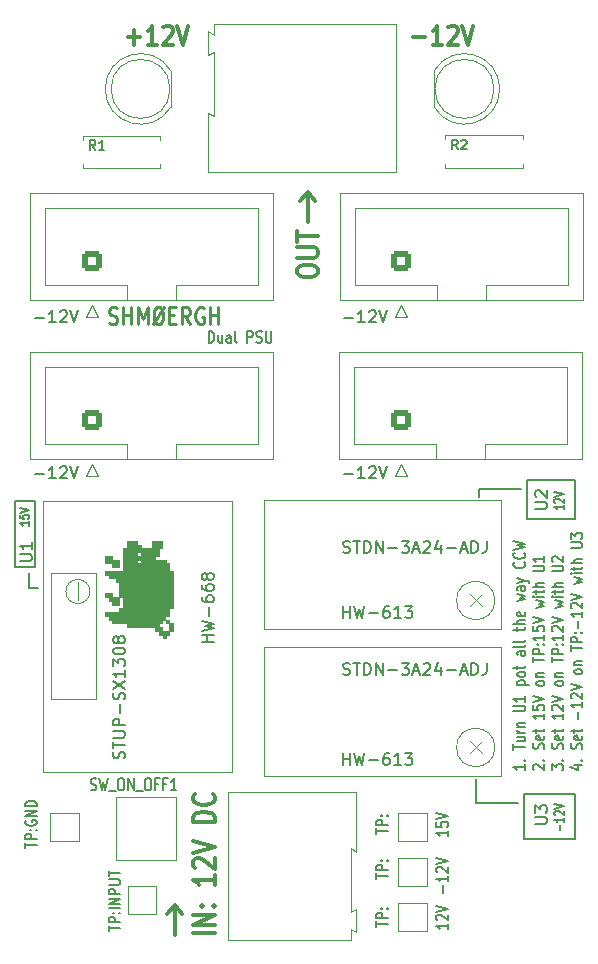
<source format=gto>
G04 #@! TF.GenerationSoftware,KiCad,Pcbnew,(6.0.8-1)-1*
G04 #@! TF.CreationDate,2023-01-21T16:38:13+01:00*
G04 #@! TF.ProjectId,hog-f1-stupdown-psu,686f672d-6631-42d7-9374-7570646f776e,rev?*
G04 #@! TF.SameCoordinates,Original*
G04 #@! TF.FileFunction,Legend,Top*
G04 #@! TF.FilePolarity,Positive*
%FSLAX46Y46*%
G04 Gerber Fmt 4.6, Leading zero omitted, Abs format (unit mm)*
G04 Created by KiCad (PCBNEW (6.0.8-1)-1) date 2023-01-21 16:38:13*
%MOMM*%
%LPD*%
G01*
G04 APERTURE LIST*
G04 Aperture macros list*
%AMRoundRect*
0 Rectangle with rounded corners*
0 $1 Rounding radius*
0 $2 $3 $4 $5 $6 $7 $8 $9 X,Y pos of 4 corners*
0 Add a 4 corners polygon primitive as box body*
4,1,4,$2,$3,$4,$5,$6,$7,$8,$9,$2,$3,0*
0 Add four circle primitives for the rounded corners*
1,1,$1+$1,$2,$3*
1,1,$1+$1,$4,$5*
1,1,$1+$1,$6,$7*
1,1,$1+$1,$8,$9*
0 Add four rect primitives between the rounded corners*
20,1,$1+$1,$2,$3,$4,$5,0*
20,1,$1+$1,$4,$5,$6,$7,0*
20,1,$1+$1,$6,$7,$8,$9,0*
20,1,$1+$1,$8,$9,$2,$3,0*%
G04 Aperture macros list end*
%ADD10C,0.150000*%
%ADD11C,0.350000*%
%ADD12C,0.250000*%
%ADD13C,0.200000*%
%ADD14C,0.300000*%
%ADD15C,0.120000*%
%ADD16C,0.010000*%
%ADD17RoundRect,0.250000X0.600000X-0.600000X0.600000X0.600000X-0.600000X0.600000X-0.600000X-0.600000X0*%
%ADD18C,1.700000*%
%ADD19R,1.980000X3.960000*%
%ADD20O,1.980000X3.960000*%
%ADD21R,2.000000X2.000000*%
%ADD22C,2.000000*%
%ADD23R,4.000000X4.000000*%
%ADD24C,1.600000*%
%ADD25O,1.600000X1.600000*%
%ADD26C,6.000000*%
%ADD27R,1.800000X1.800000*%
%ADD28C,1.800000*%
G04 APERTURE END LIST*
D10*
X124333000Y-110490000D02*
X124333000Y-111760000D01*
X162106000Y-129956000D02*
X162106000Y-127924000D01*
X166424000Y-102651000D02*
X170488000Y-102651000D01*
X170488000Y-102651000D02*
X170488000Y-105953000D01*
X170488000Y-105953000D02*
X166424000Y-105953000D01*
X166424000Y-105953000D02*
X166424000Y-102651000D01*
X124333000Y-111760000D02*
X125095000Y-111760000D01*
D11*
X136652000Y-138557000D02*
X136017000Y-139319000D01*
X147891500Y-78232000D02*
X148526500Y-78994000D01*
D10*
X166170000Y-129194000D02*
X170488000Y-129194000D01*
X170488000Y-129194000D02*
X170488000Y-133004000D01*
X170488000Y-133004000D02*
X166170000Y-133004000D01*
X166170000Y-133004000D02*
X166170000Y-129194000D01*
D11*
X147891500Y-78232000D02*
X147256500Y-78994000D01*
X147891500Y-80772000D02*
X147891500Y-78232000D01*
X136652000Y-141097000D02*
X136652000Y-138557000D01*
X136652000Y-138557000D02*
X137287000Y-139319000D01*
D10*
X165662000Y-129956000D02*
X162106000Y-129956000D01*
X123117000Y-104406000D02*
X124768000Y-104406000D01*
X124768000Y-104406000D02*
X124768000Y-109994000D01*
X124768000Y-109994000D02*
X123117000Y-109994000D01*
X123117000Y-109994000D02*
X123117000Y-104406000D01*
X162360000Y-103413000D02*
X162360000Y-104048000D01*
X165916000Y-103413000D02*
X162360000Y-103413000D01*
D12*
X131074071Y-89339666D02*
X131245500Y-89406333D01*
X131531214Y-89406333D01*
X131645500Y-89339666D01*
X131702642Y-89273000D01*
X131759785Y-89139666D01*
X131759785Y-89006333D01*
X131702642Y-88873000D01*
X131645500Y-88806333D01*
X131531214Y-88739666D01*
X131302642Y-88673000D01*
X131188357Y-88606333D01*
X131131214Y-88539666D01*
X131074071Y-88406333D01*
X131074071Y-88273000D01*
X131131214Y-88139666D01*
X131188357Y-88073000D01*
X131302642Y-88006333D01*
X131588357Y-88006333D01*
X131759785Y-88073000D01*
X132274071Y-89406333D02*
X132274071Y-88006333D01*
X132274071Y-88673000D02*
X132959785Y-88673000D01*
X132959785Y-89406333D02*
X132959785Y-88006333D01*
X133531214Y-89406333D02*
X133531214Y-88006333D01*
X133931214Y-89006333D01*
X134331214Y-88006333D01*
X134331214Y-89406333D01*
X135702642Y-88006333D02*
X134788357Y-89406333D01*
X135131214Y-89406333D02*
X135016928Y-89339666D01*
X134902642Y-89206333D01*
X134845500Y-88939666D01*
X134845500Y-88473000D01*
X134902642Y-88206333D01*
X135016928Y-88073000D01*
X135131214Y-88006333D01*
X135359785Y-88006333D01*
X135474071Y-88073000D01*
X135588357Y-88206333D01*
X135645500Y-88473000D01*
X135645500Y-88939666D01*
X135588357Y-89206333D01*
X135474071Y-89339666D01*
X135359785Y-89406333D01*
X135131214Y-89406333D01*
X136159785Y-88673000D02*
X136559785Y-88673000D01*
X136731214Y-89406333D02*
X136159785Y-89406333D01*
X136159785Y-88006333D01*
X136731214Y-88006333D01*
X137931214Y-89406333D02*
X137531214Y-88739666D01*
X137245500Y-89406333D02*
X137245500Y-88006333D01*
X137702642Y-88006333D01*
X137816928Y-88073000D01*
X137874071Y-88139666D01*
X137931214Y-88273000D01*
X137931214Y-88473000D01*
X137874071Y-88606333D01*
X137816928Y-88673000D01*
X137702642Y-88739666D01*
X137245500Y-88739666D01*
X139074071Y-88073000D02*
X138959785Y-88006333D01*
X138788357Y-88006333D01*
X138616928Y-88073000D01*
X138502642Y-88206333D01*
X138445500Y-88339666D01*
X138388357Y-88606333D01*
X138388357Y-88806333D01*
X138445500Y-89073000D01*
X138502642Y-89206333D01*
X138616928Y-89339666D01*
X138788357Y-89406333D01*
X138902642Y-89406333D01*
X139074071Y-89339666D01*
X139131214Y-89273000D01*
X139131214Y-88806333D01*
X138902642Y-88806333D01*
X139645500Y-89406333D02*
X139645500Y-88006333D01*
X139645500Y-88673000D02*
X140331214Y-88673000D01*
X140331214Y-89406333D02*
X140331214Y-88006333D01*
D10*
X166312380Y-126673976D02*
X166312380Y-127131119D01*
X166312380Y-126902547D02*
X165312380Y-126902547D01*
X165455238Y-126978738D01*
X165550476Y-127054928D01*
X165598095Y-127131119D01*
X166217142Y-126331119D02*
X166264761Y-126293023D01*
X166312380Y-126331119D01*
X166264761Y-126369214D01*
X166217142Y-126331119D01*
X166312380Y-126331119D01*
X165312380Y-125454928D02*
X165312380Y-124997785D01*
X166312380Y-125226357D02*
X165312380Y-125226357D01*
X165645714Y-124388261D02*
X166312380Y-124388261D01*
X165645714Y-124731119D02*
X166169523Y-124731119D01*
X166264761Y-124693023D01*
X166312380Y-124616833D01*
X166312380Y-124502547D01*
X166264761Y-124426357D01*
X166217142Y-124388261D01*
X166312380Y-124007309D02*
X165645714Y-124007309D01*
X165836190Y-124007309D02*
X165740952Y-123969214D01*
X165693333Y-123931119D01*
X165645714Y-123854928D01*
X165645714Y-123778738D01*
X165645714Y-123512071D02*
X166312380Y-123512071D01*
X165740952Y-123512071D02*
X165693333Y-123473976D01*
X165645714Y-123397785D01*
X165645714Y-123283500D01*
X165693333Y-123207309D01*
X165788571Y-123169214D01*
X166312380Y-123169214D01*
X165312380Y-122178738D02*
X166121904Y-122178738D01*
X166217142Y-122140642D01*
X166264761Y-122102547D01*
X166312380Y-122026357D01*
X166312380Y-121873976D01*
X166264761Y-121797785D01*
X166217142Y-121759690D01*
X166121904Y-121721595D01*
X165312380Y-121721595D01*
X166312380Y-120921595D02*
X166312380Y-121378738D01*
X166312380Y-121150166D02*
X165312380Y-121150166D01*
X165455238Y-121226357D01*
X165550476Y-121302547D01*
X165598095Y-121378738D01*
X165645714Y-119969214D02*
X166645714Y-119969214D01*
X165693333Y-119969214D02*
X165645714Y-119893023D01*
X165645714Y-119740642D01*
X165693333Y-119664452D01*
X165740952Y-119626357D01*
X165836190Y-119588261D01*
X166121904Y-119588261D01*
X166217142Y-119626357D01*
X166264761Y-119664452D01*
X166312380Y-119740642D01*
X166312380Y-119893023D01*
X166264761Y-119969214D01*
X166312380Y-119131119D02*
X166264761Y-119207309D01*
X166217142Y-119245404D01*
X166121904Y-119283500D01*
X165836190Y-119283500D01*
X165740952Y-119245404D01*
X165693333Y-119207309D01*
X165645714Y-119131119D01*
X165645714Y-119016833D01*
X165693333Y-118940642D01*
X165740952Y-118902547D01*
X165836190Y-118864452D01*
X166121904Y-118864452D01*
X166217142Y-118902547D01*
X166264761Y-118940642D01*
X166312380Y-119016833D01*
X166312380Y-119131119D01*
X165645714Y-118635880D02*
X165645714Y-118331119D01*
X165312380Y-118521595D02*
X166169523Y-118521595D01*
X166264761Y-118483500D01*
X166312380Y-118407309D01*
X166312380Y-118331119D01*
X166312380Y-117112071D02*
X165788571Y-117112071D01*
X165693333Y-117150166D01*
X165645714Y-117226357D01*
X165645714Y-117378738D01*
X165693333Y-117454928D01*
X166264761Y-117112071D02*
X166312380Y-117188261D01*
X166312380Y-117378738D01*
X166264761Y-117454928D01*
X166169523Y-117493023D01*
X166074285Y-117493023D01*
X165979047Y-117454928D01*
X165931428Y-117378738D01*
X165931428Y-117188261D01*
X165883809Y-117112071D01*
X166312380Y-116616833D02*
X166264761Y-116693023D01*
X166169523Y-116731119D01*
X165312380Y-116731119D01*
X166312380Y-116197785D02*
X166264761Y-116273976D01*
X166169523Y-116312071D01*
X165312380Y-116312071D01*
X165645714Y-115397785D02*
X165645714Y-115093023D01*
X165312380Y-115283500D02*
X166169523Y-115283500D01*
X166264761Y-115245404D01*
X166312380Y-115169214D01*
X166312380Y-115093023D01*
X166312380Y-114826357D02*
X165312380Y-114826357D01*
X166312380Y-114483500D02*
X165788571Y-114483500D01*
X165693333Y-114521595D01*
X165645714Y-114597785D01*
X165645714Y-114712071D01*
X165693333Y-114788261D01*
X165740952Y-114826357D01*
X166264761Y-113797785D02*
X166312380Y-113873976D01*
X166312380Y-114026357D01*
X166264761Y-114102547D01*
X166169523Y-114140642D01*
X165788571Y-114140642D01*
X165693333Y-114102547D01*
X165645714Y-114026357D01*
X165645714Y-113873976D01*
X165693333Y-113797785D01*
X165788571Y-113759690D01*
X165883809Y-113759690D01*
X165979047Y-114140642D01*
X165645714Y-112883500D02*
X166312380Y-112731119D01*
X165836190Y-112578738D01*
X166312380Y-112426357D01*
X165645714Y-112273976D01*
X166312380Y-111626357D02*
X165788571Y-111626357D01*
X165693333Y-111664452D01*
X165645714Y-111740642D01*
X165645714Y-111893023D01*
X165693333Y-111969214D01*
X166264761Y-111626357D02*
X166312380Y-111702547D01*
X166312380Y-111893023D01*
X166264761Y-111969214D01*
X166169523Y-112007309D01*
X166074285Y-112007309D01*
X165979047Y-111969214D01*
X165931428Y-111893023D01*
X165931428Y-111702547D01*
X165883809Y-111626357D01*
X165645714Y-111321595D02*
X166312380Y-111131119D01*
X165645714Y-110940642D02*
X166312380Y-111131119D01*
X166550476Y-111207309D01*
X166598095Y-111245404D01*
X166645714Y-111321595D01*
X166217142Y-109569214D02*
X166264761Y-109607309D01*
X166312380Y-109721595D01*
X166312380Y-109797785D01*
X166264761Y-109912071D01*
X166169523Y-109988261D01*
X166074285Y-110026357D01*
X165883809Y-110064452D01*
X165740952Y-110064452D01*
X165550476Y-110026357D01*
X165455238Y-109988261D01*
X165360000Y-109912071D01*
X165312380Y-109797785D01*
X165312380Y-109721595D01*
X165360000Y-109607309D01*
X165407619Y-109569214D01*
X166217142Y-108769214D02*
X166264761Y-108807309D01*
X166312380Y-108921595D01*
X166312380Y-108997785D01*
X166264761Y-109112071D01*
X166169523Y-109188261D01*
X166074285Y-109226357D01*
X165883809Y-109264452D01*
X165740952Y-109264452D01*
X165550476Y-109226357D01*
X165455238Y-109188261D01*
X165360000Y-109112071D01*
X165312380Y-108997785D01*
X165312380Y-108921595D01*
X165360000Y-108807309D01*
X165407619Y-108769214D01*
X165312380Y-108502547D02*
X166312380Y-108312071D01*
X165598095Y-108159690D01*
X166312380Y-108007309D01*
X165312380Y-107816833D01*
X167017619Y-127131119D02*
X166970000Y-127093023D01*
X166922380Y-127016833D01*
X166922380Y-126826357D01*
X166970000Y-126750166D01*
X167017619Y-126712071D01*
X167112857Y-126673976D01*
X167208095Y-126673976D01*
X167350952Y-126712071D01*
X167922380Y-127169214D01*
X167922380Y-126673976D01*
X167827142Y-126331119D02*
X167874761Y-126293023D01*
X167922380Y-126331119D01*
X167874761Y-126369214D01*
X167827142Y-126331119D01*
X167922380Y-126331119D01*
X167874761Y-125378738D02*
X167922380Y-125264452D01*
X167922380Y-125073976D01*
X167874761Y-124997785D01*
X167827142Y-124959690D01*
X167731904Y-124921595D01*
X167636666Y-124921595D01*
X167541428Y-124959690D01*
X167493809Y-124997785D01*
X167446190Y-125073976D01*
X167398571Y-125226357D01*
X167350952Y-125302547D01*
X167303333Y-125340642D01*
X167208095Y-125378738D01*
X167112857Y-125378738D01*
X167017619Y-125340642D01*
X166970000Y-125302547D01*
X166922380Y-125226357D01*
X166922380Y-125035880D01*
X166970000Y-124921595D01*
X167874761Y-124273976D02*
X167922380Y-124350166D01*
X167922380Y-124502547D01*
X167874761Y-124578738D01*
X167779523Y-124616833D01*
X167398571Y-124616833D01*
X167303333Y-124578738D01*
X167255714Y-124502547D01*
X167255714Y-124350166D01*
X167303333Y-124273976D01*
X167398571Y-124235880D01*
X167493809Y-124235880D01*
X167589047Y-124616833D01*
X167255714Y-124007309D02*
X167255714Y-123702547D01*
X166922380Y-123893023D02*
X167779523Y-123893023D01*
X167874761Y-123854928D01*
X167922380Y-123778738D01*
X167922380Y-123702547D01*
X167922380Y-122407309D02*
X167922380Y-122864452D01*
X167922380Y-122635880D02*
X166922380Y-122635880D01*
X167065238Y-122712071D01*
X167160476Y-122788261D01*
X167208095Y-122864452D01*
X166922380Y-121683500D02*
X166922380Y-122064452D01*
X167398571Y-122102547D01*
X167350952Y-122064452D01*
X167303333Y-121988261D01*
X167303333Y-121797785D01*
X167350952Y-121721595D01*
X167398571Y-121683500D01*
X167493809Y-121645404D01*
X167731904Y-121645404D01*
X167827142Y-121683500D01*
X167874761Y-121721595D01*
X167922380Y-121797785D01*
X167922380Y-121988261D01*
X167874761Y-122064452D01*
X167827142Y-122102547D01*
X166922380Y-121416833D02*
X167922380Y-121150166D01*
X166922380Y-120883500D01*
X167922380Y-119893023D02*
X167874761Y-119969214D01*
X167827142Y-120007309D01*
X167731904Y-120045404D01*
X167446190Y-120045404D01*
X167350952Y-120007309D01*
X167303333Y-119969214D01*
X167255714Y-119893023D01*
X167255714Y-119778738D01*
X167303333Y-119702547D01*
X167350952Y-119664452D01*
X167446190Y-119626357D01*
X167731904Y-119626357D01*
X167827142Y-119664452D01*
X167874761Y-119702547D01*
X167922380Y-119778738D01*
X167922380Y-119893023D01*
X167255714Y-119283500D02*
X167922380Y-119283500D01*
X167350952Y-119283500D02*
X167303333Y-119245404D01*
X167255714Y-119169214D01*
X167255714Y-119054928D01*
X167303333Y-118978738D01*
X167398571Y-118940642D01*
X167922380Y-118940642D01*
X166922380Y-118064452D02*
X166922380Y-117607309D01*
X167922380Y-117835880D02*
X166922380Y-117835880D01*
X167922380Y-117340642D02*
X166922380Y-117340642D01*
X166922380Y-117035880D01*
X166970000Y-116959690D01*
X167017619Y-116921595D01*
X167112857Y-116883500D01*
X167255714Y-116883500D01*
X167350952Y-116921595D01*
X167398571Y-116959690D01*
X167446190Y-117035880D01*
X167446190Y-117340642D01*
X167827142Y-116540642D02*
X167874761Y-116502547D01*
X167922380Y-116540642D01*
X167874761Y-116578738D01*
X167827142Y-116540642D01*
X167922380Y-116540642D01*
X167303333Y-116540642D02*
X167350952Y-116502547D01*
X167398571Y-116540642D01*
X167350952Y-116578738D01*
X167303333Y-116540642D01*
X167398571Y-116540642D01*
X167922380Y-115740642D02*
X167922380Y-116197785D01*
X167922380Y-115969214D02*
X166922380Y-115969214D01*
X167065238Y-116045404D01*
X167160476Y-116121595D01*
X167208095Y-116197785D01*
X166922380Y-115016833D02*
X166922380Y-115397785D01*
X167398571Y-115435880D01*
X167350952Y-115397785D01*
X167303333Y-115321595D01*
X167303333Y-115131119D01*
X167350952Y-115054928D01*
X167398571Y-115016833D01*
X167493809Y-114978738D01*
X167731904Y-114978738D01*
X167827142Y-115016833D01*
X167874761Y-115054928D01*
X167922380Y-115131119D01*
X167922380Y-115321595D01*
X167874761Y-115397785D01*
X167827142Y-115435880D01*
X166922380Y-114750166D02*
X167922380Y-114483500D01*
X166922380Y-114216833D01*
X167255714Y-113416833D02*
X167922380Y-113264452D01*
X167446190Y-113112071D01*
X167922380Y-112959690D01*
X167255714Y-112807309D01*
X167922380Y-112502547D02*
X167255714Y-112502547D01*
X166922380Y-112502547D02*
X166970000Y-112540642D01*
X167017619Y-112502547D01*
X166970000Y-112464452D01*
X166922380Y-112502547D01*
X167017619Y-112502547D01*
X167255714Y-112235880D02*
X167255714Y-111931119D01*
X166922380Y-112121595D02*
X167779523Y-112121595D01*
X167874761Y-112083500D01*
X167922380Y-112007309D01*
X167922380Y-111931119D01*
X167922380Y-111664452D02*
X166922380Y-111664452D01*
X167922380Y-111321595D02*
X167398571Y-111321595D01*
X167303333Y-111359690D01*
X167255714Y-111435880D01*
X167255714Y-111550166D01*
X167303333Y-111626357D01*
X167350952Y-111664452D01*
X166922380Y-110331119D02*
X167731904Y-110331119D01*
X167827142Y-110293023D01*
X167874761Y-110254928D01*
X167922380Y-110178738D01*
X167922380Y-110026357D01*
X167874761Y-109950166D01*
X167827142Y-109912071D01*
X167731904Y-109873976D01*
X166922380Y-109873976D01*
X167922380Y-109073976D02*
X167922380Y-109531119D01*
X167922380Y-109302547D02*
X166922380Y-109302547D01*
X167065238Y-109378738D01*
X167160476Y-109454928D01*
X167208095Y-109531119D01*
X168532380Y-127169214D02*
X168532380Y-126673976D01*
X168913333Y-126940642D01*
X168913333Y-126826357D01*
X168960952Y-126750166D01*
X169008571Y-126712071D01*
X169103809Y-126673976D01*
X169341904Y-126673976D01*
X169437142Y-126712071D01*
X169484761Y-126750166D01*
X169532380Y-126826357D01*
X169532380Y-127054928D01*
X169484761Y-127131119D01*
X169437142Y-127169214D01*
X169437142Y-126331119D02*
X169484761Y-126293023D01*
X169532380Y-126331119D01*
X169484761Y-126369214D01*
X169437142Y-126331119D01*
X169532380Y-126331119D01*
X169484761Y-125378738D02*
X169532380Y-125264452D01*
X169532380Y-125073976D01*
X169484761Y-124997785D01*
X169437142Y-124959690D01*
X169341904Y-124921595D01*
X169246666Y-124921595D01*
X169151428Y-124959690D01*
X169103809Y-124997785D01*
X169056190Y-125073976D01*
X169008571Y-125226357D01*
X168960952Y-125302547D01*
X168913333Y-125340642D01*
X168818095Y-125378738D01*
X168722857Y-125378738D01*
X168627619Y-125340642D01*
X168580000Y-125302547D01*
X168532380Y-125226357D01*
X168532380Y-125035880D01*
X168580000Y-124921595D01*
X169484761Y-124273976D02*
X169532380Y-124350166D01*
X169532380Y-124502547D01*
X169484761Y-124578738D01*
X169389523Y-124616833D01*
X169008571Y-124616833D01*
X168913333Y-124578738D01*
X168865714Y-124502547D01*
X168865714Y-124350166D01*
X168913333Y-124273976D01*
X169008571Y-124235880D01*
X169103809Y-124235880D01*
X169199047Y-124616833D01*
X168865714Y-124007309D02*
X168865714Y-123702547D01*
X168532380Y-123893023D02*
X169389523Y-123893023D01*
X169484761Y-123854928D01*
X169532380Y-123778738D01*
X169532380Y-123702547D01*
X169532380Y-122407309D02*
X169532380Y-122864452D01*
X169532380Y-122635880D02*
X168532380Y-122635880D01*
X168675238Y-122712071D01*
X168770476Y-122788261D01*
X168818095Y-122864452D01*
X168627619Y-122102547D02*
X168580000Y-122064452D01*
X168532380Y-121988261D01*
X168532380Y-121797785D01*
X168580000Y-121721595D01*
X168627619Y-121683500D01*
X168722857Y-121645404D01*
X168818095Y-121645404D01*
X168960952Y-121683500D01*
X169532380Y-122140642D01*
X169532380Y-121645404D01*
X168532380Y-121416833D02*
X169532380Y-121150166D01*
X168532380Y-120883500D01*
X169532380Y-119893023D02*
X169484761Y-119969214D01*
X169437142Y-120007309D01*
X169341904Y-120045404D01*
X169056190Y-120045404D01*
X168960952Y-120007309D01*
X168913333Y-119969214D01*
X168865714Y-119893023D01*
X168865714Y-119778738D01*
X168913333Y-119702547D01*
X168960952Y-119664452D01*
X169056190Y-119626357D01*
X169341904Y-119626357D01*
X169437142Y-119664452D01*
X169484761Y-119702547D01*
X169532380Y-119778738D01*
X169532380Y-119893023D01*
X168865714Y-119283500D02*
X169532380Y-119283500D01*
X168960952Y-119283500D02*
X168913333Y-119245404D01*
X168865714Y-119169214D01*
X168865714Y-119054928D01*
X168913333Y-118978738D01*
X169008571Y-118940642D01*
X169532380Y-118940642D01*
X168532380Y-118064452D02*
X168532380Y-117607309D01*
X169532380Y-117835880D02*
X168532380Y-117835880D01*
X169532380Y-117340642D02*
X168532380Y-117340642D01*
X168532380Y-117035880D01*
X168580000Y-116959690D01*
X168627619Y-116921595D01*
X168722857Y-116883500D01*
X168865714Y-116883500D01*
X168960952Y-116921595D01*
X169008571Y-116959690D01*
X169056190Y-117035880D01*
X169056190Y-117340642D01*
X169437142Y-116540642D02*
X169484761Y-116502547D01*
X169532380Y-116540642D01*
X169484761Y-116578738D01*
X169437142Y-116540642D01*
X169532380Y-116540642D01*
X168913333Y-116540642D02*
X168960952Y-116502547D01*
X169008571Y-116540642D01*
X168960952Y-116578738D01*
X168913333Y-116540642D01*
X169008571Y-116540642D01*
X169532380Y-115740642D02*
X169532380Y-116197785D01*
X169532380Y-115969214D02*
X168532380Y-115969214D01*
X168675238Y-116045404D01*
X168770476Y-116121595D01*
X168818095Y-116197785D01*
X168627619Y-115435880D02*
X168580000Y-115397785D01*
X168532380Y-115321595D01*
X168532380Y-115131119D01*
X168580000Y-115054928D01*
X168627619Y-115016833D01*
X168722857Y-114978738D01*
X168818095Y-114978738D01*
X168960952Y-115016833D01*
X169532380Y-115473976D01*
X169532380Y-114978738D01*
X168532380Y-114750166D02*
X169532380Y-114483500D01*
X168532380Y-114216833D01*
X168865714Y-113416833D02*
X169532380Y-113264452D01*
X169056190Y-113112071D01*
X169532380Y-112959690D01*
X168865714Y-112807309D01*
X169532380Y-112502547D02*
X168865714Y-112502547D01*
X168532380Y-112502547D02*
X168580000Y-112540642D01*
X168627619Y-112502547D01*
X168580000Y-112464452D01*
X168532380Y-112502547D01*
X168627619Y-112502547D01*
X168865714Y-112235880D02*
X168865714Y-111931119D01*
X168532380Y-112121595D02*
X169389523Y-112121595D01*
X169484761Y-112083500D01*
X169532380Y-112007309D01*
X169532380Y-111931119D01*
X169532380Y-111664452D02*
X168532380Y-111664452D01*
X169532380Y-111321595D02*
X169008571Y-111321595D01*
X168913333Y-111359690D01*
X168865714Y-111435880D01*
X168865714Y-111550166D01*
X168913333Y-111626357D01*
X168960952Y-111664452D01*
X168532380Y-110331119D02*
X169341904Y-110331119D01*
X169437142Y-110293023D01*
X169484761Y-110254928D01*
X169532380Y-110178738D01*
X169532380Y-110026357D01*
X169484761Y-109950166D01*
X169437142Y-109912071D01*
X169341904Y-109873976D01*
X168532380Y-109873976D01*
X168627619Y-109531119D02*
X168580000Y-109493023D01*
X168532380Y-109416833D01*
X168532380Y-109226357D01*
X168580000Y-109150166D01*
X168627619Y-109112071D01*
X168722857Y-109073976D01*
X168818095Y-109073976D01*
X168960952Y-109112071D01*
X169532380Y-109569214D01*
X169532380Y-109073976D01*
X170475714Y-126750166D02*
X171142380Y-126750166D01*
X170094761Y-126940642D02*
X170809047Y-127131119D01*
X170809047Y-126635880D01*
X171047142Y-126331119D02*
X171094761Y-126293023D01*
X171142380Y-126331119D01*
X171094761Y-126369214D01*
X171047142Y-126331119D01*
X171142380Y-126331119D01*
X171094761Y-125378738D02*
X171142380Y-125264452D01*
X171142380Y-125073976D01*
X171094761Y-124997785D01*
X171047142Y-124959690D01*
X170951904Y-124921595D01*
X170856666Y-124921595D01*
X170761428Y-124959690D01*
X170713809Y-124997785D01*
X170666190Y-125073976D01*
X170618571Y-125226357D01*
X170570952Y-125302547D01*
X170523333Y-125340642D01*
X170428095Y-125378738D01*
X170332857Y-125378738D01*
X170237619Y-125340642D01*
X170190000Y-125302547D01*
X170142380Y-125226357D01*
X170142380Y-125035880D01*
X170190000Y-124921595D01*
X171094761Y-124273976D02*
X171142380Y-124350166D01*
X171142380Y-124502547D01*
X171094761Y-124578738D01*
X170999523Y-124616833D01*
X170618571Y-124616833D01*
X170523333Y-124578738D01*
X170475714Y-124502547D01*
X170475714Y-124350166D01*
X170523333Y-124273976D01*
X170618571Y-124235880D01*
X170713809Y-124235880D01*
X170809047Y-124616833D01*
X170475714Y-124007309D02*
X170475714Y-123702547D01*
X170142380Y-123893023D02*
X170999523Y-123893023D01*
X171094761Y-123854928D01*
X171142380Y-123778738D01*
X171142380Y-123702547D01*
X170761428Y-122826357D02*
X170761428Y-122216833D01*
X171142380Y-121416833D02*
X171142380Y-121873976D01*
X171142380Y-121645404D02*
X170142380Y-121645404D01*
X170285238Y-121721595D01*
X170380476Y-121797785D01*
X170428095Y-121873976D01*
X170237619Y-121112071D02*
X170190000Y-121073976D01*
X170142380Y-120997785D01*
X170142380Y-120807309D01*
X170190000Y-120731119D01*
X170237619Y-120693023D01*
X170332857Y-120654928D01*
X170428095Y-120654928D01*
X170570952Y-120693023D01*
X171142380Y-121150166D01*
X171142380Y-120654928D01*
X170142380Y-120426357D02*
X171142380Y-120159690D01*
X170142380Y-119893023D01*
X171142380Y-118902547D02*
X171094761Y-118978738D01*
X171047142Y-119016833D01*
X170951904Y-119054928D01*
X170666190Y-119054928D01*
X170570952Y-119016833D01*
X170523333Y-118978738D01*
X170475714Y-118902547D01*
X170475714Y-118788261D01*
X170523333Y-118712071D01*
X170570952Y-118673976D01*
X170666190Y-118635880D01*
X170951904Y-118635880D01*
X171047142Y-118673976D01*
X171094761Y-118712071D01*
X171142380Y-118788261D01*
X171142380Y-118902547D01*
X170475714Y-118293023D02*
X171142380Y-118293023D01*
X170570952Y-118293023D02*
X170523333Y-118254928D01*
X170475714Y-118178738D01*
X170475714Y-118064452D01*
X170523333Y-117988261D01*
X170618571Y-117950166D01*
X171142380Y-117950166D01*
X170142380Y-117073976D02*
X170142380Y-116616833D01*
X171142380Y-116845404D02*
X170142380Y-116845404D01*
X171142380Y-116350166D02*
X170142380Y-116350166D01*
X170142380Y-116045404D01*
X170190000Y-115969214D01*
X170237619Y-115931119D01*
X170332857Y-115893023D01*
X170475714Y-115893023D01*
X170570952Y-115931119D01*
X170618571Y-115969214D01*
X170666190Y-116045404D01*
X170666190Y-116350166D01*
X171047142Y-115550166D02*
X171094761Y-115512071D01*
X171142380Y-115550166D01*
X171094761Y-115588261D01*
X171047142Y-115550166D01*
X171142380Y-115550166D01*
X170523333Y-115550166D02*
X170570952Y-115512071D01*
X170618571Y-115550166D01*
X170570952Y-115588261D01*
X170523333Y-115550166D01*
X170618571Y-115550166D01*
X170761428Y-115169214D02*
X170761428Y-114559690D01*
X171142380Y-113759690D02*
X171142380Y-114216833D01*
X171142380Y-113988261D02*
X170142380Y-113988261D01*
X170285238Y-114064452D01*
X170380476Y-114140642D01*
X170428095Y-114216833D01*
X170237619Y-113454928D02*
X170190000Y-113416833D01*
X170142380Y-113340642D01*
X170142380Y-113150166D01*
X170190000Y-113073976D01*
X170237619Y-113035880D01*
X170332857Y-112997785D01*
X170428095Y-112997785D01*
X170570952Y-113035880D01*
X171142380Y-113493023D01*
X171142380Y-112997785D01*
X170142380Y-112769214D02*
X171142380Y-112502547D01*
X170142380Y-112235880D01*
X170475714Y-111435880D02*
X171142380Y-111283500D01*
X170666190Y-111131119D01*
X171142380Y-110978738D01*
X170475714Y-110826357D01*
X171142380Y-110521595D02*
X170475714Y-110521595D01*
X170142380Y-110521595D02*
X170190000Y-110559690D01*
X170237619Y-110521595D01*
X170190000Y-110483500D01*
X170142380Y-110521595D01*
X170237619Y-110521595D01*
X170475714Y-110254928D02*
X170475714Y-109950166D01*
X170142380Y-110140642D02*
X170999523Y-110140642D01*
X171094761Y-110102547D01*
X171142380Y-110026357D01*
X171142380Y-109950166D01*
X171142380Y-109683500D02*
X170142380Y-109683500D01*
X171142380Y-109340642D02*
X170618571Y-109340642D01*
X170523333Y-109378738D01*
X170475714Y-109454928D01*
X170475714Y-109569214D01*
X170523333Y-109645404D01*
X170570952Y-109683500D01*
X170142380Y-108350166D02*
X170951904Y-108350166D01*
X171047142Y-108312071D01*
X171094761Y-108273976D01*
X171142380Y-108197785D01*
X171142380Y-108045404D01*
X171094761Y-107969214D01*
X171047142Y-107931119D01*
X170951904Y-107893023D01*
X170142380Y-107893023D01*
X170142380Y-107588261D02*
X170142380Y-107093023D01*
X170523333Y-107359690D01*
X170523333Y-107245404D01*
X170570952Y-107169214D01*
X170618571Y-107131119D01*
X170713809Y-107093023D01*
X170951904Y-107093023D01*
X171047142Y-107131119D01*
X171094761Y-107169214D01*
X171142380Y-107245404D01*
X171142380Y-107473976D01*
X171094761Y-107550166D01*
X171047142Y-107588261D01*
X169275142Y-132255642D02*
X169275142Y-131798500D01*
X169579904Y-131198500D02*
X169579904Y-131541357D01*
X169579904Y-131369928D02*
X168779904Y-131369928D01*
X168894190Y-131427071D01*
X168970380Y-131484214D01*
X169008476Y-131541357D01*
X168856095Y-130969928D02*
X168818000Y-130941357D01*
X168779904Y-130884214D01*
X168779904Y-130741357D01*
X168818000Y-130684214D01*
X168856095Y-130655642D01*
X168932285Y-130627071D01*
X169008476Y-130627071D01*
X169122761Y-130655642D01*
X169579904Y-130998500D01*
X169579904Y-130627071D01*
X168779904Y-130455642D02*
X169579904Y-130255642D01*
X168779904Y-130055642D01*
X123966380Y-133772095D02*
X123966380Y-133314952D01*
X124966380Y-133543523D02*
X123966380Y-133543523D01*
X124966380Y-133048285D02*
X123966380Y-133048285D01*
X123966380Y-132743523D01*
X124014000Y-132667333D01*
X124061619Y-132629238D01*
X124156857Y-132591142D01*
X124299714Y-132591142D01*
X124394952Y-132629238D01*
X124442571Y-132667333D01*
X124490190Y-132743523D01*
X124490190Y-133048285D01*
X124871142Y-132248285D02*
X124918761Y-132210190D01*
X124966380Y-132248285D01*
X124918761Y-132286380D01*
X124871142Y-132248285D01*
X124966380Y-132248285D01*
X124347333Y-132248285D02*
X124394952Y-132210190D01*
X124442571Y-132248285D01*
X124394952Y-132286380D01*
X124347333Y-132248285D01*
X124442571Y-132248285D01*
X124014000Y-131448285D02*
X123966380Y-131524476D01*
X123966380Y-131638761D01*
X124014000Y-131753047D01*
X124109238Y-131829238D01*
X124204476Y-131867333D01*
X124394952Y-131905428D01*
X124537809Y-131905428D01*
X124728285Y-131867333D01*
X124823523Y-131829238D01*
X124918761Y-131753047D01*
X124966380Y-131638761D01*
X124966380Y-131562571D01*
X124918761Y-131448285D01*
X124871142Y-131410190D01*
X124537809Y-131410190D01*
X124537809Y-131562571D01*
X124966380Y-131067333D02*
X123966380Y-131067333D01*
X124966380Y-130610190D01*
X123966380Y-130610190D01*
X124966380Y-130229238D02*
X123966380Y-130229238D01*
X123966380Y-130038761D01*
X124014000Y-129924476D01*
X124109238Y-129848285D01*
X124204476Y-129810190D01*
X124394952Y-129772095D01*
X124537809Y-129772095D01*
X124728285Y-129810190D01*
X124823523Y-129848285D01*
X124918761Y-129924476D01*
X124966380Y-130038761D01*
X124966380Y-130229238D01*
X159764380Y-132296976D02*
X159764380Y-132754119D01*
X159764380Y-132525547D02*
X158764380Y-132525547D01*
X158907238Y-132601738D01*
X159002476Y-132677928D01*
X159050095Y-132754119D01*
X158764380Y-131573166D02*
X158764380Y-131954119D01*
X159240571Y-131992214D01*
X159192952Y-131954119D01*
X159145333Y-131877928D01*
X159145333Y-131687452D01*
X159192952Y-131611261D01*
X159240571Y-131573166D01*
X159335809Y-131535071D01*
X159573904Y-131535071D01*
X159669142Y-131573166D01*
X159716761Y-131611261D01*
X159764380Y-131687452D01*
X159764380Y-131877928D01*
X159716761Y-131954119D01*
X159669142Y-131992214D01*
X158764380Y-131306500D02*
X159764380Y-131039833D01*
X158764380Y-130773166D01*
X159383428Y-137542023D02*
X159383428Y-136932500D01*
X159764380Y-136132500D02*
X159764380Y-136589642D01*
X159764380Y-136361071D02*
X158764380Y-136361071D01*
X158907238Y-136437261D01*
X159002476Y-136513452D01*
X159050095Y-136589642D01*
X158859619Y-135827738D02*
X158812000Y-135789642D01*
X158764380Y-135713452D01*
X158764380Y-135522976D01*
X158812000Y-135446785D01*
X158859619Y-135408690D01*
X158954857Y-135370595D01*
X159050095Y-135370595D01*
X159192952Y-135408690D01*
X159764380Y-135865833D01*
X159764380Y-135370595D01*
X158764380Y-135142023D02*
X159764380Y-134875357D01*
X158764380Y-134608690D01*
D13*
X124784095Y-88879428D02*
X125546000Y-88879428D01*
X126546000Y-89260380D02*
X125974571Y-89260380D01*
X126260285Y-89260380D02*
X126260285Y-88260380D01*
X126165047Y-88403238D01*
X126069809Y-88498476D01*
X125974571Y-88546095D01*
X126926952Y-88355619D02*
X126974571Y-88308000D01*
X127069809Y-88260380D01*
X127307904Y-88260380D01*
X127403142Y-88308000D01*
X127450761Y-88355619D01*
X127498380Y-88450857D01*
X127498380Y-88546095D01*
X127450761Y-88688952D01*
X126879333Y-89260380D01*
X127498380Y-89260380D01*
X127784095Y-88260380D02*
X128117428Y-89260380D01*
X128450761Y-88260380D01*
X124784095Y-102087428D02*
X125546000Y-102087428D01*
X126546000Y-102468380D02*
X125974571Y-102468380D01*
X126260285Y-102468380D02*
X126260285Y-101468380D01*
X126165047Y-101611238D01*
X126069809Y-101706476D01*
X125974571Y-101754095D01*
X126926952Y-101563619D02*
X126974571Y-101516000D01*
X127069809Y-101468380D01*
X127307904Y-101468380D01*
X127403142Y-101516000D01*
X127450761Y-101563619D01*
X127498380Y-101658857D01*
X127498380Y-101754095D01*
X127450761Y-101896952D01*
X126879333Y-102468380D01*
X127498380Y-102468380D01*
X127784095Y-101468380D02*
X128117428Y-102468380D01*
X128450761Y-101468380D01*
D10*
X169579904Y-104763357D02*
X169579904Y-105106214D01*
X169579904Y-104934785D02*
X168779904Y-104934785D01*
X168894190Y-104991928D01*
X168970380Y-105049071D01*
X169008476Y-105106214D01*
X168856095Y-104534785D02*
X168818000Y-104506214D01*
X168779904Y-104449071D01*
X168779904Y-104306214D01*
X168818000Y-104249071D01*
X168856095Y-104220500D01*
X168932285Y-104191928D01*
X169008476Y-104191928D01*
X169122761Y-104220500D01*
X169579904Y-104563357D01*
X169579904Y-104191928D01*
X168779904Y-104020500D02*
X169579904Y-103820500D01*
X168779904Y-103620500D01*
D11*
X140006285Y-140985142D02*
X138206285Y-140985142D01*
X140006285Y-140270857D02*
X138206285Y-140270857D01*
X140006285Y-139413714D01*
X138206285Y-139413714D01*
X139834857Y-138699428D02*
X139920571Y-138628000D01*
X140006285Y-138699428D01*
X139920571Y-138770857D01*
X139834857Y-138699428D01*
X140006285Y-138699428D01*
X138892000Y-138699428D02*
X138977714Y-138628000D01*
X139063428Y-138699428D01*
X138977714Y-138770857D01*
X138892000Y-138699428D01*
X139063428Y-138699428D01*
X140006285Y-136056571D02*
X140006285Y-136913714D01*
X140006285Y-136485142D02*
X138206285Y-136485142D01*
X138463428Y-136628000D01*
X138634857Y-136770857D01*
X138720571Y-136913714D01*
X138377714Y-135485142D02*
X138292000Y-135413714D01*
X138206285Y-135270857D01*
X138206285Y-134913714D01*
X138292000Y-134770857D01*
X138377714Y-134699428D01*
X138549142Y-134628000D01*
X138720571Y-134628000D01*
X138977714Y-134699428D01*
X140006285Y-135556571D01*
X140006285Y-134628000D01*
X138206285Y-134199428D02*
X140006285Y-133699428D01*
X138206285Y-133199428D01*
X140006285Y-131556571D02*
X138206285Y-131556571D01*
X138206285Y-131199428D01*
X138292000Y-130985142D01*
X138463428Y-130842285D01*
X138634857Y-130770857D01*
X138977714Y-130699428D01*
X139234857Y-130699428D01*
X139577714Y-130770857D01*
X139749142Y-130842285D01*
X139920571Y-130985142D01*
X140006285Y-131199428D01*
X140006285Y-131556571D01*
X139834857Y-129199428D02*
X139920571Y-129270857D01*
X140006285Y-129485142D01*
X140006285Y-129628000D01*
X139920571Y-129842285D01*
X139749142Y-129985142D01*
X139577714Y-130056571D01*
X139234857Y-130128000D01*
X138977714Y-130128000D01*
X138634857Y-130056571D01*
X138463428Y-129985142D01*
X138292000Y-129842285D01*
X138206285Y-129628000D01*
X138206285Y-129485142D01*
X138292000Y-129270857D01*
X138377714Y-129199428D01*
D10*
X153684380Y-136386309D02*
X153684380Y-135929166D01*
X154684380Y-136157738D02*
X153684380Y-136157738D01*
X154684380Y-135662500D02*
X153684380Y-135662500D01*
X153684380Y-135357738D01*
X153732000Y-135281547D01*
X153779619Y-135243452D01*
X153874857Y-135205357D01*
X154017714Y-135205357D01*
X154112952Y-135243452D01*
X154160571Y-135281547D01*
X154208190Y-135357738D01*
X154208190Y-135662500D01*
X154589142Y-134862500D02*
X154636761Y-134824404D01*
X154684380Y-134862500D01*
X154636761Y-134900595D01*
X154589142Y-134862500D01*
X154684380Y-134862500D01*
X154065333Y-134862500D02*
X154112952Y-134824404D01*
X154160571Y-134862500D01*
X154112952Y-134900595D01*
X154065333Y-134862500D01*
X154160571Y-134862500D01*
D14*
X132661333Y-65138285D02*
X133728000Y-65138285D01*
X133194666Y-65747809D02*
X133194666Y-64528761D01*
X135128000Y-65747809D02*
X134328000Y-65747809D01*
X134728000Y-65747809D02*
X134728000Y-64147809D01*
X134594666Y-64376380D01*
X134461333Y-64528761D01*
X134328000Y-64604952D01*
X135661333Y-64300190D02*
X135728000Y-64224000D01*
X135861333Y-64147809D01*
X136194666Y-64147809D01*
X136328000Y-64224000D01*
X136394666Y-64300190D01*
X136461333Y-64452571D01*
X136461333Y-64604952D01*
X136394666Y-64833523D01*
X135594666Y-65747809D01*
X136461333Y-65747809D01*
X136861333Y-64147809D02*
X137328000Y-65747809D01*
X137794666Y-64147809D01*
D11*
X146969285Y-85066000D02*
X146969285Y-84780285D01*
X147055000Y-84637428D01*
X147226428Y-84494571D01*
X147569285Y-84423142D01*
X148169285Y-84423142D01*
X148512142Y-84494571D01*
X148683571Y-84637428D01*
X148769285Y-84780285D01*
X148769285Y-85066000D01*
X148683571Y-85208857D01*
X148512142Y-85351714D01*
X148169285Y-85423142D01*
X147569285Y-85423142D01*
X147226428Y-85351714D01*
X147055000Y-85208857D01*
X146969285Y-85066000D01*
X146969285Y-83780285D02*
X148426428Y-83780285D01*
X148597857Y-83708857D01*
X148683571Y-83637428D01*
X148769285Y-83494571D01*
X148769285Y-83208857D01*
X148683571Y-83066000D01*
X148597857Y-82994571D01*
X148426428Y-82923142D01*
X146969285Y-82923142D01*
X146969285Y-82423142D02*
X146969285Y-81566000D01*
X148769285Y-81994571D02*
X146969285Y-81994571D01*
D13*
X139512476Y-91003380D02*
X139512476Y-90003380D01*
X139702952Y-90003380D01*
X139817238Y-90051000D01*
X139893428Y-90146238D01*
X139931523Y-90241476D01*
X139969619Y-90431952D01*
X139969619Y-90574809D01*
X139931523Y-90765285D01*
X139893428Y-90860523D01*
X139817238Y-90955761D01*
X139702952Y-91003380D01*
X139512476Y-91003380D01*
X140655333Y-90336714D02*
X140655333Y-91003380D01*
X140312476Y-90336714D02*
X140312476Y-90860523D01*
X140350571Y-90955761D01*
X140426761Y-91003380D01*
X140541047Y-91003380D01*
X140617238Y-90955761D01*
X140655333Y-90908142D01*
X141379142Y-91003380D02*
X141379142Y-90479571D01*
X141341047Y-90384333D01*
X141264857Y-90336714D01*
X141112476Y-90336714D01*
X141036285Y-90384333D01*
X141379142Y-90955761D02*
X141302952Y-91003380D01*
X141112476Y-91003380D01*
X141036285Y-90955761D01*
X140998190Y-90860523D01*
X140998190Y-90765285D01*
X141036285Y-90670047D01*
X141112476Y-90622428D01*
X141302952Y-90622428D01*
X141379142Y-90574809D01*
X141874380Y-91003380D02*
X141798190Y-90955761D01*
X141760095Y-90860523D01*
X141760095Y-90003380D01*
X142788666Y-91003380D02*
X142788666Y-90003380D01*
X143093428Y-90003380D01*
X143169619Y-90051000D01*
X143207714Y-90098619D01*
X143245809Y-90193857D01*
X143245809Y-90336714D01*
X143207714Y-90431952D01*
X143169619Y-90479571D01*
X143093428Y-90527190D01*
X142788666Y-90527190D01*
X143550571Y-90955761D02*
X143664857Y-91003380D01*
X143855333Y-91003380D01*
X143931523Y-90955761D01*
X143969619Y-90908142D01*
X144007714Y-90812904D01*
X144007714Y-90717666D01*
X143969619Y-90622428D01*
X143931523Y-90574809D01*
X143855333Y-90527190D01*
X143702952Y-90479571D01*
X143626761Y-90431952D01*
X143588666Y-90384333D01*
X143550571Y-90289095D01*
X143550571Y-90193857D01*
X143588666Y-90098619D01*
X143626761Y-90051000D01*
X143702952Y-90003380D01*
X143893428Y-90003380D01*
X144007714Y-90051000D01*
X144350571Y-90003380D02*
X144350571Y-90812904D01*
X144388666Y-90908142D01*
X144426761Y-90955761D01*
X144502952Y-91003380D01*
X144655333Y-91003380D01*
X144731523Y-90955761D01*
X144769619Y-90908142D01*
X144807714Y-90812904D01*
X144807714Y-90003380D01*
X150946095Y-102087428D02*
X151708000Y-102087428D01*
X152708000Y-102468380D02*
X152136571Y-102468380D01*
X152422285Y-102468380D02*
X152422285Y-101468380D01*
X152327047Y-101611238D01*
X152231809Y-101706476D01*
X152136571Y-101754095D01*
X153088952Y-101563619D02*
X153136571Y-101516000D01*
X153231809Y-101468380D01*
X153469904Y-101468380D01*
X153565142Y-101516000D01*
X153612761Y-101563619D01*
X153660380Y-101658857D01*
X153660380Y-101754095D01*
X153612761Y-101896952D01*
X153041333Y-102468380D01*
X153660380Y-102468380D01*
X153946095Y-101468380D02*
X154279428Y-102468380D01*
X154612761Y-101468380D01*
D10*
X124313904Y-106125357D02*
X124313904Y-106468214D01*
X124313904Y-106296785D02*
X123513904Y-106296785D01*
X123628190Y-106353928D01*
X123704380Y-106411071D01*
X123742476Y-106468214D01*
X123513904Y-105582500D02*
X123513904Y-105868214D01*
X123894857Y-105896785D01*
X123856761Y-105868214D01*
X123818666Y-105811071D01*
X123818666Y-105668214D01*
X123856761Y-105611071D01*
X123894857Y-105582500D01*
X123971047Y-105553928D01*
X124161523Y-105553928D01*
X124237714Y-105582500D01*
X124275809Y-105611071D01*
X124313904Y-105668214D01*
X124313904Y-105811071D01*
X124275809Y-105868214D01*
X124237714Y-105896785D01*
X123513904Y-105382500D02*
X124313904Y-105182500D01*
X123513904Y-104982500D01*
X153684380Y-132576309D02*
X153684380Y-132119166D01*
X154684380Y-132347738D02*
X153684380Y-132347738D01*
X154684380Y-131852500D02*
X153684380Y-131852500D01*
X153684380Y-131547738D01*
X153732000Y-131471547D01*
X153779619Y-131433452D01*
X153874857Y-131395357D01*
X154017714Y-131395357D01*
X154112952Y-131433452D01*
X154160571Y-131471547D01*
X154208190Y-131547738D01*
X154208190Y-131852500D01*
X154589142Y-131052500D02*
X154636761Y-131014404D01*
X154684380Y-131052500D01*
X154636761Y-131090595D01*
X154589142Y-131052500D01*
X154684380Y-131052500D01*
X154065333Y-131052500D02*
X154112952Y-131014404D01*
X154160571Y-131052500D01*
X154112952Y-131090595D01*
X154065333Y-131052500D01*
X154160571Y-131052500D01*
D13*
X150946095Y-88879428D02*
X151708000Y-88879428D01*
X152708000Y-89260380D02*
X152136571Y-89260380D01*
X152422285Y-89260380D02*
X152422285Y-88260380D01*
X152327047Y-88403238D01*
X152231809Y-88498476D01*
X152136571Y-88546095D01*
X153088952Y-88355619D02*
X153136571Y-88308000D01*
X153231809Y-88260380D01*
X153469904Y-88260380D01*
X153565142Y-88308000D01*
X153612761Y-88355619D01*
X153660380Y-88450857D01*
X153660380Y-88546095D01*
X153612761Y-88688952D01*
X153041333Y-89260380D01*
X153660380Y-89260380D01*
X153946095Y-88260380D02*
X154279428Y-89260380D01*
X154612761Y-88260380D01*
D14*
X156791333Y-65138285D02*
X157858000Y-65138285D01*
X159258000Y-65747809D02*
X158458000Y-65747809D01*
X158858000Y-65747809D02*
X158858000Y-64147809D01*
X158724666Y-64376380D01*
X158591333Y-64528761D01*
X158458000Y-64604952D01*
X159791333Y-64300190D02*
X159858000Y-64224000D01*
X159991333Y-64147809D01*
X160324666Y-64147809D01*
X160458000Y-64224000D01*
X160524666Y-64300190D01*
X160591333Y-64452571D01*
X160591333Y-64604952D01*
X160524666Y-64833523D01*
X159724666Y-65747809D01*
X160591333Y-65747809D01*
X160991333Y-64147809D02*
X161458000Y-65747809D01*
X161924666Y-64147809D01*
D10*
X153684380Y-140450309D02*
X153684380Y-139993166D01*
X154684380Y-140221738D02*
X153684380Y-140221738D01*
X154684380Y-139726500D02*
X153684380Y-139726500D01*
X153684380Y-139421738D01*
X153732000Y-139345547D01*
X153779619Y-139307452D01*
X153874857Y-139269357D01*
X154017714Y-139269357D01*
X154112952Y-139307452D01*
X154160571Y-139345547D01*
X154208190Y-139421738D01*
X154208190Y-139726500D01*
X154589142Y-138926500D02*
X154636761Y-138888404D01*
X154684380Y-138926500D01*
X154636761Y-138964595D01*
X154589142Y-138926500D01*
X154684380Y-138926500D01*
X154065333Y-138926500D02*
X154112952Y-138888404D01*
X154160571Y-138926500D01*
X154112952Y-138964595D01*
X154065333Y-138926500D01*
X154160571Y-138926500D01*
X159764380Y-140170976D02*
X159764380Y-140628119D01*
X159764380Y-140399547D02*
X158764380Y-140399547D01*
X158907238Y-140475738D01*
X159002476Y-140551928D01*
X159050095Y-140628119D01*
X158859619Y-139866214D02*
X158812000Y-139828119D01*
X158764380Y-139751928D01*
X158764380Y-139561452D01*
X158812000Y-139485261D01*
X158859619Y-139447166D01*
X158954857Y-139409071D01*
X159050095Y-139409071D01*
X159192952Y-139447166D01*
X159764380Y-139904309D01*
X159764380Y-139409071D01*
X158764380Y-139180500D02*
X159764380Y-138913833D01*
X158764380Y-138647166D01*
X131024380Y-140796309D02*
X131024380Y-140339166D01*
X132024380Y-140567738D02*
X131024380Y-140567738D01*
X132024380Y-140072500D02*
X131024380Y-140072500D01*
X131024380Y-139767738D01*
X131072000Y-139691547D01*
X131119619Y-139653452D01*
X131214857Y-139615357D01*
X131357714Y-139615357D01*
X131452952Y-139653452D01*
X131500571Y-139691547D01*
X131548190Y-139767738D01*
X131548190Y-140072500D01*
X131929142Y-139272500D02*
X131976761Y-139234404D01*
X132024380Y-139272500D01*
X131976761Y-139310595D01*
X131929142Y-139272500D01*
X132024380Y-139272500D01*
X131405333Y-139272500D02*
X131452952Y-139234404D01*
X131500571Y-139272500D01*
X131452952Y-139310595D01*
X131405333Y-139272500D01*
X131500571Y-139272500D01*
X132024380Y-138891547D02*
X131024380Y-138891547D01*
X132024380Y-138510595D02*
X131024380Y-138510595D01*
X132024380Y-138053452D01*
X131024380Y-138053452D01*
X132024380Y-137672500D02*
X131024380Y-137672500D01*
X131024380Y-137367738D01*
X131072000Y-137291547D01*
X131119619Y-137253452D01*
X131214857Y-137215357D01*
X131357714Y-137215357D01*
X131452952Y-137253452D01*
X131500571Y-137291547D01*
X131548190Y-137367738D01*
X131548190Y-137672500D01*
X131024380Y-136872500D02*
X131833904Y-136872500D01*
X131929142Y-136834404D01*
X131976761Y-136796309D01*
X132024380Y-136720119D01*
X132024380Y-136567738D01*
X131976761Y-136491547D01*
X131929142Y-136453452D01*
X131833904Y-136415357D01*
X131024380Y-136415357D01*
X131024380Y-136148690D02*
X131024380Y-135691547D01*
X132024380Y-135920119D02*
X131024380Y-135920119D01*
X129530952Y-128836761D02*
X129645238Y-128884380D01*
X129835714Y-128884380D01*
X129911904Y-128836761D01*
X129950000Y-128789142D01*
X129988095Y-128693904D01*
X129988095Y-128598666D01*
X129950000Y-128503428D01*
X129911904Y-128455809D01*
X129835714Y-128408190D01*
X129683333Y-128360571D01*
X129607142Y-128312952D01*
X129569047Y-128265333D01*
X129530952Y-128170095D01*
X129530952Y-128074857D01*
X129569047Y-127979619D01*
X129607142Y-127932000D01*
X129683333Y-127884380D01*
X129873809Y-127884380D01*
X129988095Y-127932000D01*
X130254761Y-127884380D02*
X130445238Y-128884380D01*
X130597619Y-128170095D01*
X130750000Y-128884380D01*
X130940476Y-127884380D01*
X131054761Y-128979619D02*
X131664285Y-128979619D01*
X132007142Y-127884380D02*
X132159523Y-127884380D01*
X132235714Y-127932000D01*
X132311904Y-128027238D01*
X132350000Y-128217714D01*
X132350000Y-128551047D01*
X132311904Y-128741523D01*
X132235714Y-128836761D01*
X132159523Y-128884380D01*
X132007142Y-128884380D01*
X131930952Y-128836761D01*
X131854761Y-128741523D01*
X131816666Y-128551047D01*
X131816666Y-128217714D01*
X131854761Y-128027238D01*
X131930952Y-127932000D01*
X132007142Y-127884380D01*
X132692857Y-128884380D02*
X132692857Y-127884380D01*
X133150000Y-128884380D01*
X133150000Y-127884380D01*
X133340476Y-128979619D02*
X133950000Y-128979619D01*
X134292857Y-127884380D02*
X134445238Y-127884380D01*
X134521428Y-127932000D01*
X134597619Y-128027238D01*
X134635714Y-128217714D01*
X134635714Y-128551047D01*
X134597619Y-128741523D01*
X134521428Y-128836761D01*
X134445238Y-128884380D01*
X134292857Y-128884380D01*
X134216666Y-128836761D01*
X134140476Y-128741523D01*
X134102380Y-128551047D01*
X134102380Y-128217714D01*
X134140476Y-128027238D01*
X134216666Y-127932000D01*
X134292857Y-127884380D01*
X135245238Y-128360571D02*
X134978571Y-128360571D01*
X134978571Y-128884380D02*
X134978571Y-127884380D01*
X135359523Y-127884380D01*
X135930952Y-128360571D02*
X135664285Y-128360571D01*
X135664285Y-128884380D02*
X135664285Y-127884380D01*
X136045238Y-127884380D01*
X136769047Y-128884380D02*
X136311904Y-128884380D01*
X136540476Y-128884380D02*
X136540476Y-127884380D01*
X136464285Y-128027238D01*
X136388095Y-128122476D01*
X136311904Y-128170095D01*
X123531380Y-109473904D02*
X124340904Y-109473904D01*
X124436142Y-109426285D01*
X124483761Y-109378666D01*
X124531380Y-109283428D01*
X124531380Y-109092952D01*
X124483761Y-108997714D01*
X124436142Y-108950095D01*
X124340904Y-108902476D01*
X123531380Y-108902476D01*
X124531380Y-107902476D02*
X124531380Y-108473904D01*
X124531380Y-108188190D02*
X123531380Y-108188190D01*
X123674238Y-108283428D01*
X123769476Y-108378666D01*
X123817095Y-108473904D01*
X132357761Y-126191309D02*
X132405380Y-126048452D01*
X132405380Y-125810357D01*
X132357761Y-125715119D01*
X132310142Y-125667500D01*
X132214904Y-125619880D01*
X132119666Y-125619880D01*
X132024428Y-125667500D01*
X131976809Y-125715119D01*
X131929190Y-125810357D01*
X131881571Y-126000833D01*
X131833952Y-126096071D01*
X131786333Y-126143690D01*
X131691095Y-126191309D01*
X131595857Y-126191309D01*
X131500619Y-126143690D01*
X131453000Y-126096071D01*
X131405380Y-126000833D01*
X131405380Y-125762738D01*
X131453000Y-125619880D01*
X131405380Y-125334166D02*
X131405380Y-124762738D01*
X132405380Y-125048452D02*
X131405380Y-125048452D01*
X131405380Y-124429404D02*
X132214904Y-124429404D01*
X132310142Y-124381785D01*
X132357761Y-124334166D01*
X132405380Y-124238928D01*
X132405380Y-124048452D01*
X132357761Y-123953214D01*
X132310142Y-123905595D01*
X132214904Y-123857976D01*
X131405380Y-123857976D01*
X132405380Y-123381785D02*
X131405380Y-123381785D01*
X131405380Y-123000833D01*
X131453000Y-122905595D01*
X131500619Y-122857976D01*
X131595857Y-122810357D01*
X131738714Y-122810357D01*
X131833952Y-122857976D01*
X131881571Y-122905595D01*
X131929190Y-123000833D01*
X131929190Y-123381785D01*
X132024428Y-122381785D02*
X132024428Y-121619880D01*
X132357761Y-121191309D02*
X132405380Y-121048452D01*
X132405380Y-120810357D01*
X132357761Y-120715119D01*
X132310142Y-120667500D01*
X132214904Y-120619880D01*
X132119666Y-120619880D01*
X132024428Y-120667500D01*
X131976809Y-120715119D01*
X131929190Y-120810357D01*
X131881571Y-121000833D01*
X131833952Y-121096071D01*
X131786333Y-121143690D01*
X131691095Y-121191309D01*
X131595857Y-121191309D01*
X131500619Y-121143690D01*
X131453000Y-121096071D01*
X131405380Y-121000833D01*
X131405380Y-120762738D01*
X131453000Y-120619880D01*
X131405380Y-120286547D02*
X132405380Y-119619880D01*
X131405380Y-119619880D02*
X132405380Y-120286547D01*
X132405380Y-118715119D02*
X132405380Y-119286547D01*
X132405380Y-119000833D02*
X131405380Y-119000833D01*
X131548238Y-119096071D01*
X131643476Y-119191309D01*
X131691095Y-119286547D01*
X131405380Y-118381785D02*
X131405380Y-117762738D01*
X131786333Y-118096071D01*
X131786333Y-117953214D01*
X131833952Y-117857976D01*
X131881571Y-117810357D01*
X131976809Y-117762738D01*
X132214904Y-117762738D01*
X132310142Y-117810357D01*
X132357761Y-117857976D01*
X132405380Y-117953214D01*
X132405380Y-118238928D01*
X132357761Y-118334166D01*
X132310142Y-118381785D01*
X131405380Y-117143690D02*
X131405380Y-117048452D01*
X131453000Y-116953214D01*
X131500619Y-116905595D01*
X131595857Y-116857976D01*
X131786333Y-116810357D01*
X132024428Y-116810357D01*
X132214904Y-116857976D01*
X132310142Y-116905595D01*
X132357761Y-116953214D01*
X132405380Y-117048452D01*
X132405380Y-117143690D01*
X132357761Y-117238928D01*
X132310142Y-117286547D01*
X132214904Y-117334166D01*
X132024428Y-117381785D01*
X131786333Y-117381785D01*
X131595857Y-117334166D01*
X131500619Y-117286547D01*
X131453000Y-117238928D01*
X131405380Y-117143690D01*
X131833952Y-116238928D02*
X131786333Y-116334166D01*
X131738714Y-116381785D01*
X131643476Y-116429404D01*
X131595857Y-116429404D01*
X131500619Y-116381785D01*
X131453000Y-116334166D01*
X131405380Y-116238928D01*
X131405380Y-116048452D01*
X131453000Y-115953214D01*
X131500619Y-115905595D01*
X131595857Y-115857976D01*
X131643476Y-115857976D01*
X131738714Y-115905595D01*
X131786333Y-115953214D01*
X131833952Y-116048452D01*
X131833952Y-116238928D01*
X131881571Y-116334166D01*
X131929190Y-116381785D01*
X132024428Y-116429404D01*
X132214904Y-116429404D01*
X132310142Y-116381785D01*
X132357761Y-116334166D01*
X132405380Y-116238928D01*
X132405380Y-116048452D01*
X132357761Y-115953214D01*
X132310142Y-115905595D01*
X132214904Y-115857976D01*
X132024428Y-115857976D01*
X131929190Y-115905595D01*
X131881571Y-115953214D01*
X131833952Y-116048452D01*
X139927180Y-116345005D02*
X138927180Y-116345005D01*
X139403371Y-116345005D02*
X139403371Y-115773576D01*
X139927180Y-115773576D02*
X138927180Y-115773576D01*
X138927180Y-115392624D02*
X139927180Y-115154528D01*
X139212895Y-114964052D01*
X139927180Y-114773576D01*
X138927180Y-114535481D01*
X139546228Y-114154528D02*
X139546228Y-113392624D01*
X138927180Y-112487862D02*
X138927180Y-112678338D01*
X138974800Y-112773576D01*
X139022419Y-112821195D01*
X139165276Y-112916433D01*
X139355752Y-112964052D01*
X139736704Y-112964052D01*
X139831942Y-112916433D01*
X139879561Y-112868814D01*
X139927180Y-112773576D01*
X139927180Y-112583100D01*
X139879561Y-112487862D01*
X139831942Y-112440243D01*
X139736704Y-112392624D01*
X139498609Y-112392624D01*
X139403371Y-112440243D01*
X139355752Y-112487862D01*
X139308133Y-112583100D01*
X139308133Y-112773576D01*
X139355752Y-112868814D01*
X139403371Y-112916433D01*
X139498609Y-112964052D01*
X138927180Y-111535481D02*
X138927180Y-111725957D01*
X138974800Y-111821195D01*
X139022419Y-111868814D01*
X139165276Y-111964052D01*
X139355752Y-112011671D01*
X139736704Y-112011671D01*
X139831942Y-111964052D01*
X139879561Y-111916433D01*
X139927180Y-111821195D01*
X139927180Y-111630719D01*
X139879561Y-111535481D01*
X139831942Y-111487862D01*
X139736704Y-111440243D01*
X139498609Y-111440243D01*
X139403371Y-111487862D01*
X139355752Y-111535481D01*
X139308133Y-111630719D01*
X139308133Y-111821195D01*
X139355752Y-111916433D01*
X139403371Y-111964052D01*
X139498609Y-112011671D01*
X139355752Y-110868814D02*
X139308133Y-110964052D01*
X139260514Y-111011671D01*
X139165276Y-111059290D01*
X139117657Y-111059290D01*
X139022419Y-111011671D01*
X138974800Y-110964052D01*
X138927180Y-110868814D01*
X138927180Y-110678338D01*
X138974800Y-110583100D01*
X139022419Y-110535481D01*
X139117657Y-110487862D01*
X139165276Y-110487862D01*
X139260514Y-110535481D01*
X139308133Y-110583100D01*
X139355752Y-110678338D01*
X139355752Y-110868814D01*
X139403371Y-110964052D01*
X139450990Y-111011671D01*
X139546228Y-111059290D01*
X139736704Y-111059290D01*
X139831942Y-111011671D01*
X139879561Y-110964052D01*
X139927180Y-110868814D01*
X139927180Y-110678338D01*
X139879561Y-110583100D01*
X139831942Y-110535481D01*
X139736704Y-110487862D01*
X139546228Y-110487862D01*
X139450990Y-110535481D01*
X139403371Y-110583100D01*
X139355752Y-110678338D01*
X167146380Y-131733904D02*
X167955904Y-131733904D01*
X168051142Y-131686285D01*
X168098761Y-131638666D01*
X168146380Y-131543428D01*
X168146380Y-131352952D01*
X168098761Y-131257714D01*
X168051142Y-131210095D01*
X167955904Y-131162476D01*
X167146380Y-131162476D01*
X167146380Y-130781523D02*
X167146380Y-130162476D01*
X167527333Y-130495809D01*
X167527333Y-130352952D01*
X167574952Y-130257714D01*
X167622571Y-130210095D01*
X167717809Y-130162476D01*
X167955904Y-130162476D01*
X168051142Y-130210095D01*
X168098761Y-130257714D01*
X168146380Y-130352952D01*
X168146380Y-130638666D01*
X168098761Y-130733904D01*
X168051142Y-130781523D01*
X150897547Y-119062847D02*
X151040404Y-119110466D01*
X151278500Y-119110466D01*
X151373738Y-119062847D01*
X151421357Y-119015228D01*
X151468976Y-118919990D01*
X151468976Y-118824752D01*
X151421357Y-118729514D01*
X151373738Y-118681895D01*
X151278500Y-118634276D01*
X151088023Y-118586657D01*
X150992785Y-118539038D01*
X150945166Y-118491419D01*
X150897547Y-118396181D01*
X150897547Y-118300943D01*
X150945166Y-118205705D01*
X150992785Y-118158086D01*
X151088023Y-118110466D01*
X151326119Y-118110466D01*
X151468976Y-118158086D01*
X151754690Y-118110466D02*
X152326119Y-118110466D01*
X152040404Y-119110466D02*
X152040404Y-118110466D01*
X152659452Y-119110466D02*
X152659452Y-118110466D01*
X152897547Y-118110466D01*
X153040404Y-118158086D01*
X153135642Y-118253324D01*
X153183261Y-118348562D01*
X153230880Y-118539038D01*
X153230880Y-118681895D01*
X153183261Y-118872371D01*
X153135642Y-118967609D01*
X153040404Y-119062847D01*
X152897547Y-119110466D01*
X152659452Y-119110466D01*
X153659452Y-119110466D02*
X153659452Y-118110466D01*
X154230880Y-119110466D01*
X154230880Y-118110466D01*
X154707071Y-118729514D02*
X155468976Y-118729514D01*
X155849928Y-118110466D02*
X156468976Y-118110466D01*
X156135642Y-118491419D01*
X156278500Y-118491419D01*
X156373738Y-118539038D01*
X156421357Y-118586657D01*
X156468976Y-118681895D01*
X156468976Y-118919990D01*
X156421357Y-119015228D01*
X156373738Y-119062847D01*
X156278500Y-119110466D01*
X155992785Y-119110466D01*
X155897547Y-119062847D01*
X155849928Y-119015228D01*
X156849928Y-118824752D02*
X157326119Y-118824752D01*
X156754690Y-119110466D02*
X157088023Y-118110466D01*
X157421357Y-119110466D01*
X157707071Y-118205705D02*
X157754690Y-118158086D01*
X157849928Y-118110466D01*
X158088023Y-118110466D01*
X158183261Y-118158086D01*
X158230880Y-118205705D01*
X158278500Y-118300943D01*
X158278500Y-118396181D01*
X158230880Y-118539038D01*
X157659452Y-119110466D01*
X158278500Y-119110466D01*
X159135642Y-118443800D02*
X159135642Y-119110466D01*
X158897547Y-118062847D02*
X158659452Y-118777133D01*
X159278500Y-118777133D01*
X159659452Y-118729514D02*
X160421357Y-118729514D01*
X160849928Y-118824752D02*
X161326119Y-118824752D01*
X160754690Y-119110466D02*
X161088023Y-118110466D01*
X161421357Y-119110466D01*
X161754690Y-119110466D02*
X161754690Y-118110466D01*
X161992785Y-118110466D01*
X162135642Y-118158086D01*
X162230880Y-118253324D01*
X162278500Y-118348562D01*
X162326119Y-118539038D01*
X162326119Y-118681895D01*
X162278500Y-118872371D01*
X162230880Y-118967609D01*
X162135642Y-119062847D01*
X161992785Y-119110466D01*
X161754690Y-119110466D01*
X163040404Y-118110466D02*
X163040404Y-118824752D01*
X162992785Y-118967609D01*
X162897547Y-119062847D01*
X162754690Y-119110466D01*
X162659452Y-119110466D01*
X150880880Y-126730466D02*
X150880880Y-125730466D01*
X150880880Y-126206657D02*
X151452309Y-126206657D01*
X151452309Y-126730466D02*
X151452309Y-125730466D01*
X151833261Y-125730466D02*
X152071357Y-126730466D01*
X152261833Y-126016181D01*
X152452309Y-126730466D01*
X152690404Y-125730466D01*
X153071357Y-126349514D02*
X153833261Y-126349514D01*
X154738023Y-125730466D02*
X154547547Y-125730466D01*
X154452309Y-125778086D01*
X154404690Y-125825705D01*
X154309452Y-125968562D01*
X154261833Y-126159038D01*
X154261833Y-126539990D01*
X154309452Y-126635228D01*
X154357071Y-126682847D01*
X154452309Y-126730466D01*
X154642785Y-126730466D01*
X154738023Y-126682847D01*
X154785642Y-126635228D01*
X154833261Y-126539990D01*
X154833261Y-126301895D01*
X154785642Y-126206657D01*
X154738023Y-126159038D01*
X154642785Y-126111419D01*
X154452309Y-126111419D01*
X154357071Y-126159038D01*
X154309452Y-126206657D01*
X154261833Y-126301895D01*
X155785642Y-126730466D02*
X155214214Y-126730466D01*
X155499928Y-126730466D02*
X155499928Y-125730466D01*
X155404690Y-125873324D01*
X155309452Y-125968562D01*
X155214214Y-126016181D01*
X156118976Y-125730466D02*
X156738023Y-125730466D01*
X156404690Y-126111419D01*
X156547547Y-126111419D01*
X156642785Y-126159038D01*
X156690404Y-126206657D01*
X156738023Y-126301895D01*
X156738023Y-126539990D01*
X156690404Y-126635228D01*
X156642785Y-126682847D01*
X156547547Y-126730466D01*
X156261833Y-126730466D01*
X156166595Y-126682847D01*
X156118976Y-126635228D01*
X129919119Y-74649904D02*
X129652452Y-74268952D01*
X129461976Y-74649904D02*
X129461976Y-73849904D01*
X129766738Y-73849904D01*
X129842928Y-73888000D01*
X129881023Y-73926095D01*
X129919119Y-74002285D01*
X129919119Y-74116571D01*
X129881023Y-74192761D01*
X129842928Y-74230857D01*
X129766738Y-74268952D01*
X129461976Y-74268952D01*
X130681023Y-74649904D02*
X130223880Y-74649904D01*
X130452452Y-74649904D02*
X130452452Y-73849904D01*
X130376261Y-73964190D01*
X130300071Y-74040380D01*
X130223880Y-74078476D01*
X167146380Y-105063904D02*
X167955904Y-105063904D01*
X168051142Y-105016285D01*
X168098761Y-104968666D01*
X168146380Y-104873428D01*
X168146380Y-104682952D01*
X168098761Y-104587714D01*
X168051142Y-104540095D01*
X167955904Y-104492476D01*
X167146380Y-104492476D01*
X167241619Y-104063904D02*
X167194000Y-104016285D01*
X167146380Y-103921047D01*
X167146380Y-103682952D01*
X167194000Y-103587714D01*
X167241619Y-103540095D01*
X167336857Y-103492476D01*
X167432095Y-103492476D01*
X167574952Y-103540095D01*
X168146380Y-104111523D01*
X168146380Y-103492476D01*
X150880880Y-114284466D02*
X150880880Y-113284466D01*
X150880880Y-113760657D02*
X151452309Y-113760657D01*
X151452309Y-114284466D02*
X151452309Y-113284466D01*
X151833261Y-113284466D02*
X152071357Y-114284466D01*
X152261833Y-113570181D01*
X152452309Y-114284466D01*
X152690404Y-113284466D01*
X153071357Y-113903514D02*
X153833261Y-113903514D01*
X154738023Y-113284466D02*
X154547547Y-113284466D01*
X154452309Y-113332086D01*
X154404690Y-113379705D01*
X154309452Y-113522562D01*
X154261833Y-113713038D01*
X154261833Y-114093990D01*
X154309452Y-114189228D01*
X154357071Y-114236847D01*
X154452309Y-114284466D01*
X154642785Y-114284466D01*
X154738023Y-114236847D01*
X154785642Y-114189228D01*
X154833261Y-114093990D01*
X154833261Y-113855895D01*
X154785642Y-113760657D01*
X154738023Y-113713038D01*
X154642785Y-113665419D01*
X154452309Y-113665419D01*
X154357071Y-113713038D01*
X154309452Y-113760657D01*
X154261833Y-113855895D01*
X155785642Y-114284466D02*
X155214214Y-114284466D01*
X155499928Y-114284466D02*
X155499928Y-113284466D01*
X155404690Y-113427324D01*
X155309452Y-113522562D01*
X155214214Y-113570181D01*
X156118976Y-113284466D02*
X156738023Y-113284466D01*
X156404690Y-113665419D01*
X156547547Y-113665419D01*
X156642785Y-113713038D01*
X156690404Y-113760657D01*
X156738023Y-113855895D01*
X156738023Y-114093990D01*
X156690404Y-114189228D01*
X156642785Y-114236847D01*
X156547547Y-114284466D01*
X156261833Y-114284466D01*
X156166595Y-114236847D01*
X156118976Y-114189228D01*
X150897547Y-108735761D02*
X151040404Y-108783380D01*
X151278500Y-108783380D01*
X151373738Y-108735761D01*
X151421357Y-108688142D01*
X151468976Y-108592904D01*
X151468976Y-108497666D01*
X151421357Y-108402428D01*
X151373738Y-108354809D01*
X151278500Y-108307190D01*
X151088023Y-108259571D01*
X150992785Y-108211952D01*
X150945166Y-108164333D01*
X150897547Y-108069095D01*
X150897547Y-107973857D01*
X150945166Y-107878619D01*
X150992785Y-107831000D01*
X151088023Y-107783380D01*
X151326119Y-107783380D01*
X151468976Y-107831000D01*
X151754690Y-107783380D02*
X152326119Y-107783380D01*
X152040404Y-108783380D02*
X152040404Y-107783380D01*
X152659452Y-108783380D02*
X152659452Y-107783380D01*
X152897547Y-107783380D01*
X153040404Y-107831000D01*
X153135642Y-107926238D01*
X153183261Y-108021476D01*
X153230880Y-108211952D01*
X153230880Y-108354809D01*
X153183261Y-108545285D01*
X153135642Y-108640523D01*
X153040404Y-108735761D01*
X152897547Y-108783380D01*
X152659452Y-108783380D01*
X153659452Y-108783380D02*
X153659452Y-107783380D01*
X154230880Y-108783380D01*
X154230880Y-107783380D01*
X154707071Y-108402428D02*
X155468976Y-108402428D01*
X155849928Y-107783380D02*
X156468976Y-107783380D01*
X156135642Y-108164333D01*
X156278500Y-108164333D01*
X156373738Y-108211952D01*
X156421357Y-108259571D01*
X156468976Y-108354809D01*
X156468976Y-108592904D01*
X156421357Y-108688142D01*
X156373738Y-108735761D01*
X156278500Y-108783380D01*
X155992785Y-108783380D01*
X155897547Y-108735761D01*
X155849928Y-108688142D01*
X156849928Y-108497666D02*
X157326119Y-108497666D01*
X156754690Y-108783380D02*
X157088023Y-107783380D01*
X157421357Y-108783380D01*
X157707071Y-107878619D02*
X157754690Y-107831000D01*
X157849928Y-107783380D01*
X158088023Y-107783380D01*
X158183261Y-107831000D01*
X158230880Y-107878619D01*
X158278500Y-107973857D01*
X158278500Y-108069095D01*
X158230880Y-108211952D01*
X157659452Y-108783380D01*
X158278500Y-108783380D01*
X159135642Y-108116714D02*
X159135642Y-108783380D01*
X158897547Y-107735761D02*
X158659452Y-108450047D01*
X159278500Y-108450047D01*
X159659452Y-108402428D02*
X160421357Y-108402428D01*
X160849928Y-108497666D02*
X161326119Y-108497666D01*
X160754690Y-108783380D02*
X161088023Y-107783380D01*
X161421357Y-108783380D01*
X161754690Y-108783380D02*
X161754690Y-107783380D01*
X161992785Y-107783380D01*
X162135642Y-107831000D01*
X162230880Y-107926238D01*
X162278500Y-108021476D01*
X162326119Y-108211952D01*
X162326119Y-108354809D01*
X162278500Y-108545285D01*
X162230880Y-108640523D01*
X162135642Y-108735761D01*
X161992785Y-108783380D01*
X161754690Y-108783380D01*
X163040404Y-107783380D02*
X163040404Y-108497666D01*
X162992785Y-108640523D01*
X162897547Y-108735761D01*
X162754690Y-108783380D01*
X162659452Y-108783380D01*
X160599119Y-74614904D02*
X160332452Y-74233952D01*
X160141976Y-74614904D02*
X160141976Y-73814904D01*
X160446738Y-73814904D01*
X160522928Y-73853000D01*
X160561023Y-73891095D01*
X160599119Y-73967285D01*
X160599119Y-74081571D01*
X160561023Y-74157761D01*
X160522928Y-74195857D01*
X160446738Y-74233952D01*
X160141976Y-74233952D01*
X160903880Y-73891095D02*
X160941976Y-73853000D01*
X161018166Y-73814904D01*
X161208642Y-73814904D01*
X161284833Y-73853000D01*
X161322928Y-73891095D01*
X161361023Y-73967285D01*
X161361023Y-74043476D01*
X161322928Y-74157761D01*
X160865785Y-74614904D01*
X161361023Y-74614904D01*
D15*
X162950219Y-86084586D02*
X162950219Y-87394586D01*
X169890219Y-79584586D02*
X169890219Y-86084586D01*
X151910219Y-86084586D02*
X151910219Y-79584586D01*
X155820219Y-87784586D02*
X155320219Y-88784586D01*
X162950219Y-86084586D02*
X162950219Y-86084586D01*
X169890219Y-86084586D02*
X162950219Y-86084586D01*
X155320219Y-88784586D02*
X156320219Y-88784586D01*
X150610219Y-87394586D02*
X150610219Y-78274586D01*
X156320219Y-88784586D02*
X155820219Y-87784586D01*
X171190219Y-78274586D02*
X171190219Y-87394586D01*
X171190219Y-87394586D02*
X150610219Y-87394586D01*
X158850219Y-87394586D02*
X158850219Y-86084586D01*
X150610219Y-78274586D02*
X171190219Y-78274586D01*
X158850219Y-86084586D02*
X151910219Y-86084586D01*
X151910219Y-79584586D02*
X169890219Y-79584586D01*
X136724000Y-99546586D02*
X136724000Y-100856586D01*
X132624000Y-100856586D02*
X132624000Y-99546586D01*
X124384000Y-100856586D02*
X124384000Y-91736586D01*
X144964000Y-100856586D02*
X124384000Y-100856586D01*
X136724000Y-99546586D02*
X136724000Y-99546586D01*
X144964000Y-91736586D02*
X144964000Y-100856586D01*
X143664000Y-93046586D02*
X143664000Y-99546586D01*
X132624000Y-99546586D02*
X125684000Y-99546586D01*
X129094000Y-102246586D02*
X130094000Y-102246586D01*
X124384000Y-91736586D02*
X144964000Y-91736586D01*
X143664000Y-99546586D02*
X136724000Y-99546586D01*
X125684000Y-93046586D02*
X143664000Y-93046586D01*
X129594000Y-101246586D02*
X129094000Y-102246586D01*
X125684000Y-99546586D02*
X125684000Y-93046586D01*
X130094000Y-102246586D02*
X129594000Y-101246586D01*
G36*
X136169400Y-114757200D02*
G01*
X135864600Y-114757200D01*
X135864600Y-114439700D01*
X136169400Y-114439700D01*
X136169400Y-114757200D01*
G37*
D16*
X136169400Y-114757200D02*
X135864600Y-114757200D01*
X135864600Y-114439700D01*
X136169400Y-114439700D01*
X136169400Y-114757200D01*
G36*
X133451600Y-108077000D02*
G01*
X133769100Y-108077000D01*
X133769100Y-108394500D01*
X134670800Y-108394500D01*
X134670800Y-107759500D01*
X135572500Y-107759500D01*
X135572500Y-108394500D01*
X135267700Y-108394500D01*
X135267700Y-109029500D01*
X134975600Y-109029500D01*
X134975600Y-109347000D01*
X135864600Y-109347000D01*
X135864600Y-109664500D01*
X136169400Y-109664500D01*
X136169400Y-110299500D01*
X136474200Y-110299500D01*
X136474200Y-113487200D01*
X136169400Y-113487200D01*
X136169400Y-114122200D01*
X135813800Y-114122200D01*
X135813800Y-114439700D01*
X135572500Y-114439700D01*
X135572500Y-114757200D01*
X135267700Y-114757200D01*
X135267700Y-115074700D01*
X135572500Y-115074700D01*
X135572500Y-115392200D01*
X136169400Y-115392200D01*
X136169400Y-115709700D01*
X135864600Y-115709700D01*
X135864600Y-116027200D01*
X135623300Y-116027200D01*
X135623300Y-115709700D01*
X135318500Y-115709700D01*
X135318500Y-115392200D01*
X134975600Y-115392200D01*
X134975600Y-115074700D01*
X132562600Y-115074700D01*
X132562600Y-114757200D01*
X131330700Y-114757200D01*
X131330700Y-114439700D01*
X131038600Y-114439700D01*
X131038600Y-114122200D01*
X130733800Y-114122200D01*
X130733800Y-113804700D01*
X131953000Y-113804700D01*
X131953000Y-113487200D01*
X132257800Y-113487200D01*
X132257800Y-112522000D01*
X131953000Y-112522000D01*
X131953000Y-111252000D01*
X131660900Y-111252000D01*
X131660900Y-110934500D01*
X131089400Y-110934500D01*
X131089400Y-110617000D01*
X130733800Y-110617000D01*
X130733800Y-110299500D01*
X132257800Y-110299500D01*
X132257800Y-109664500D01*
X133451600Y-109664500D01*
X133769100Y-109664500D01*
X133769100Y-109347000D01*
X133451600Y-109347000D01*
X133451600Y-109664500D01*
X132257800Y-109664500D01*
X132257800Y-109029500D01*
X133451600Y-109029500D01*
X133769100Y-109029500D01*
X133769100Y-108712000D01*
X133451600Y-108712000D01*
X133451600Y-109029500D01*
X132257800Y-109029500D01*
X132257800Y-108394500D01*
X132562600Y-108394500D01*
X132562600Y-107759500D01*
X133451600Y-107759500D01*
X133451600Y-108077000D01*
G37*
X133451600Y-108077000D02*
X133769100Y-108077000D01*
X133769100Y-108394500D01*
X134670800Y-108394500D01*
X134670800Y-107759500D01*
X135572500Y-107759500D01*
X135572500Y-108394500D01*
X135267700Y-108394500D01*
X135267700Y-109029500D01*
X134975600Y-109029500D01*
X134975600Y-109347000D01*
X135864600Y-109347000D01*
X135864600Y-109664500D01*
X136169400Y-109664500D01*
X136169400Y-110299500D01*
X136474200Y-110299500D01*
X136474200Y-113487200D01*
X136169400Y-113487200D01*
X136169400Y-114122200D01*
X135813800Y-114122200D01*
X135813800Y-114439700D01*
X135572500Y-114439700D01*
X135572500Y-114757200D01*
X135267700Y-114757200D01*
X135267700Y-115074700D01*
X135572500Y-115074700D01*
X135572500Y-115392200D01*
X136169400Y-115392200D01*
X136169400Y-115709700D01*
X135864600Y-115709700D01*
X135864600Y-116027200D01*
X135623300Y-116027200D01*
X135623300Y-115709700D01*
X135318500Y-115709700D01*
X135318500Y-115392200D01*
X134975600Y-115392200D01*
X134975600Y-115074700D01*
X132562600Y-115074700D01*
X132562600Y-114757200D01*
X131330700Y-114757200D01*
X131330700Y-114439700D01*
X131038600Y-114439700D01*
X131038600Y-114122200D01*
X130733800Y-114122200D01*
X130733800Y-113804700D01*
X131953000Y-113804700D01*
X131953000Y-113487200D01*
X132257800Y-113487200D01*
X132257800Y-112522000D01*
X131953000Y-112522000D01*
X131953000Y-111252000D01*
X131660900Y-111252000D01*
X131660900Y-110934500D01*
X131089400Y-110934500D01*
X131089400Y-110617000D01*
X130733800Y-110617000D01*
X130733800Y-110299500D01*
X132257800Y-110299500D01*
X132257800Y-109664500D01*
X133451600Y-109664500D01*
X133769100Y-109664500D01*
X133769100Y-109347000D01*
X133451600Y-109347000D01*
X133451600Y-109664500D01*
X132257800Y-109664500D01*
X132257800Y-109029500D01*
X133451600Y-109029500D01*
X133769100Y-109029500D01*
X133769100Y-108712000D01*
X133451600Y-108712000D01*
X133451600Y-109029500D01*
X132257800Y-109029500D01*
X132257800Y-108394500D01*
X132562600Y-108394500D01*
X132562600Y-107759500D01*
X133451600Y-107759500D01*
X133451600Y-108077000D01*
G36*
X131330700Y-109347000D02*
G01*
X131953000Y-109347000D01*
X131953000Y-109982000D01*
X131330700Y-109982000D01*
X131330700Y-109664500D01*
X130733800Y-109664500D01*
X130733800Y-109029500D01*
X131330700Y-109029500D01*
X131330700Y-109347000D01*
G37*
X131330700Y-109347000D02*
X131953000Y-109347000D01*
X131953000Y-109982000D01*
X131330700Y-109982000D01*
X131330700Y-109664500D01*
X130733800Y-109664500D01*
X130733800Y-109029500D01*
X131330700Y-109029500D01*
X131330700Y-109347000D01*
G36*
X136474200Y-115392200D02*
G01*
X136169400Y-115392200D01*
X136169400Y-114757200D01*
X136474200Y-114757200D01*
X136474200Y-115392200D01*
G37*
X136474200Y-115392200D02*
X136169400Y-115392200D01*
X136169400Y-114757200D01*
X136474200Y-114757200D01*
X136474200Y-115392200D01*
G36*
X131330700Y-112522000D02*
G01*
X131953000Y-112522000D01*
X131953000Y-113157000D01*
X131330700Y-113157000D01*
X131330700Y-112839500D01*
X131038600Y-112839500D01*
X131038600Y-112522000D01*
X130733800Y-112522000D01*
X130733800Y-112204500D01*
X131330700Y-112204500D01*
X131330700Y-112522000D01*
G37*
X131330700Y-112522000D02*
X131953000Y-112522000D01*
X131953000Y-113157000D01*
X131330700Y-113157000D01*
X131330700Y-112839500D01*
X131038600Y-112839500D01*
X131038600Y-112522000D01*
X130733800Y-112522000D01*
X130733800Y-112204500D01*
X131330700Y-112204500D01*
X131330700Y-112522000D01*
D15*
X139958000Y-71766000D02*
X139458000Y-71516000D01*
X139458000Y-64616000D02*
X139458000Y-66616000D01*
X139958000Y-66366000D02*
X139958000Y-71766000D01*
X139958000Y-64916000D02*
X139458000Y-64616000D01*
X139458000Y-66616000D02*
X139958000Y-66366000D01*
X155358000Y-76566000D02*
X155358000Y-63966000D01*
X139458000Y-71516000D02*
X139458000Y-76566000D01*
X155358000Y-63966000D02*
X139958000Y-63966000D01*
X139958000Y-63966000D02*
X139958000Y-64916000D01*
X139458000Y-76566000D02*
X155358000Y-76566000D01*
X157972000Y-138408000D02*
X157972000Y-140808000D01*
X155572000Y-138408000D02*
X157972000Y-138408000D01*
X155572000Y-140808000D02*
X155572000Y-138408000D01*
X157972000Y-140808000D02*
X155572000Y-140808000D01*
X152018000Y-138940000D02*
X151518000Y-139190000D01*
X151518000Y-140640000D02*
X152018000Y-140890000D01*
X141168000Y-128990000D02*
X141168000Y-141590000D01*
X151518000Y-139190000D02*
X151518000Y-133790000D01*
X152018000Y-128990000D02*
X141168000Y-128990000D01*
X151518000Y-141590000D02*
X151518000Y-140640000D01*
X152018000Y-140890000D02*
X152018000Y-138990000D01*
X152018000Y-134090000D02*
X152018000Y-128990000D01*
X141168000Y-141590000D02*
X151518000Y-141590000D01*
X151518000Y-133790000D02*
X152018000Y-134090000D01*
X152018000Y-138990000D02*
X152018000Y-138940000D01*
X157972000Y-130788000D02*
X157972000Y-133188000D01*
X155572000Y-130788000D02*
X157972000Y-130788000D01*
X157972000Y-133188000D02*
X155572000Y-133188000D01*
X155572000Y-133188000D02*
X155572000Y-130788000D01*
X136706000Y-134782000D02*
X131626000Y-134782000D01*
X131626000Y-129448000D02*
X136706000Y-129448000D01*
X136706000Y-129448000D02*
X136706000Y-134782000D01*
X131626000Y-134782000D02*
X131626000Y-129448000D01*
X128425800Y-112816086D02*
X128425800Y-111292086D01*
X125454000Y-127364086D02*
X141500000Y-127364086D01*
X141500000Y-127364086D02*
X141500000Y-104364086D01*
X141500000Y-104364086D02*
X125454000Y-104364086D01*
X125454000Y-104364086D02*
X125454000Y-127364086D01*
X126139800Y-121198086D02*
X129949800Y-121198086D01*
X129949800Y-121198086D02*
X129949800Y-110530086D01*
X129949800Y-110530086D02*
X126139800Y-110530086D01*
X126139800Y-110530086D02*
X126139800Y-121198086D01*
X129441800Y-112054086D02*
G75*
G03*
X129441800Y-112054086I-1016000J0D01*
G01*
X162614000Y-124754086D02*
X161598000Y-125770086D01*
X161598000Y-124754086D02*
X162614000Y-125770086D01*
X144199000Y-116753086D02*
X164265000Y-116753086D01*
X164265000Y-116753086D02*
X164265000Y-127675086D01*
X164265000Y-127675086D02*
X144199000Y-127675086D01*
X144199000Y-127675086D02*
X144199000Y-116753086D01*
X163732394Y-125262086D02*
G75*
G03*
X163732394Y-125262086I-1626394J0D01*
G01*
X171126000Y-91736586D02*
X171126000Y-100856586D01*
X158786000Y-99546586D02*
X151846000Y-99546586D01*
X158786000Y-100856586D02*
X158786000Y-99546586D01*
X151846000Y-93046586D02*
X169826000Y-93046586D01*
X169826000Y-93046586D02*
X169826000Y-99546586D01*
X155756000Y-101246586D02*
X155256000Y-102246586D01*
X150546000Y-100856586D02*
X150546000Y-91736586D01*
X150546000Y-91736586D02*
X171126000Y-91736586D01*
X155256000Y-102246586D02*
X156256000Y-102246586D01*
X162886000Y-99546586D02*
X162886000Y-99546586D01*
X169826000Y-99546586D02*
X162886000Y-99546586D01*
X171126000Y-100856586D02*
X150546000Y-100856586D01*
X156256000Y-102246586D02*
X155756000Y-101246586D01*
X151846000Y-99546586D02*
X151846000Y-93046586D01*
X162886000Y-99546586D02*
X162886000Y-100856586D01*
X128508000Y-130788000D02*
X128508000Y-133188000D01*
X126108000Y-130788000D02*
X128508000Y-130788000D01*
X126108000Y-133188000D02*
X126108000Y-130788000D01*
X128508000Y-133188000D02*
X126108000Y-133188000D01*
X128864000Y-76208000D02*
X135404000Y-76208000D01*
X128864000Y-73468000D02*
X135404000Y-73468000D01*
X128864000Y-73798000D02*
X128864000Y-73468000D01*
X135404000Y-73468000D02*
X135404000Y-73798000D01*
X135404000Y-76208000D02*
X135404000Y-75878000D01*
X128864000Y-75878000D02*
X128864000Y-76208000D01*
X158598000Y-67959000D02*
X158598000Y-71049000D01*
X164148000Y-69504462D02*
G75*
G03*
X158598000Y-67959170I-2990000J462D01*
G01*
X158598000Y-71048830D02*
G75*
G03*
X164148000Y-69503538I2560000J1544830D01*
G01*
X163658000Y-69504000D02*
G75*
G03*
X163658000Y-69504000I-2500000J0D01*
G01*
X162614000Y-112308086D02*
X161598000Y-113324086D01*
X161598000Y-112308086D02*
X162614000Y-113324086D01*
X144199000Y-104307086D02*
X164265000Y-104307086D01*
X164265000Y-104307086D02*
X164265000Y-115229086D01*
X164265000Y-115229086D02*
X144199000Y-115229086D01*
X144199000Y-115229086D02*
X144199000Y-104307086D01*
X163732394Y-112816086D02*
G75*
G03*
X163732394Y-112816086I-1626394J0D01*
G01*
X136291000Y-71049000D02*
X136291000Y-67959000D01*
X130741000Y-69503538D02*
G75*
G03*
X136291000Y-71048830I2990000J-462D01*
G01*
X136291000Y-67959170D02*
G75*
G03*
X130741000Y-69504462I-2560000J-1544830D01*
G01*
X136231000Y-69504000D02*
G75*
G03*
X136231000Y-69504000I-2500000J0D01*
G01*
X129594000Y-87784586D02*
X129094000Y-88784586D01*
X136724000Y-86084586D02*
X136724000Y-86084586D01*
X124384000Y-87394586D02*
X124384000Y-78274586D01*
X125684000Y-86084586D02*
X125684000Y-79584586D01*
X144964000Y-78274586D02*
X144964000Y-87394586D01*
X124384000Y-78274586D02*
X144964000Y-78274586D01*
X130094000Y-88784586D02*
X129594000Y-87784586D01*
X129094000Y-88784586D02*
X130094000Y-88784586D01*
X144964000Y-87394586D02*
X124384000Y-87394586D01*
X125684000Y-79584586D02*
X143664000Y-79584586D01*
X143664000Y-79584586D02*
X143664000Y-86084586D01*
X132624000Y-86084586D02*
X125684000Y-86084586D01*
X132624000Y-87394586D02*
X132624000Y-86084586D01*
X136724000Y-86084586D02*
X136724000Y-87394586D01*
X143664000Y-86084586D02*
X136724000Y-86084586D01*
X155572000Y-136998000D02*
X155572000Y-134598000D01*
X157972000Y-136998000D02*
X155572000Y-136998000D01*
X157972000Y-134598000D02*
X157972000Y-136998000D01*
X155572000Y-134598000D02*
X157972000Y-134598000D01*
X159544000Y-75843000D02*
X159544000Y-76173000D01*
X166084000Y-73433000D02*
X166084000Y-73763000D01*
X159544000Y-73433000D02*
X166084000Y-73433000D01*
X166084000Y-76173000D02*
X166084000Y-75843000D01*
X159544000Y-73763000D02*
X159544000Y-73433000D01*
X159544000Y-76173000D02*
X166084000Y-76173000D01*
X135058000Y-136976000D02*
X135058000Y-139376000D01*
X135058000Y-139376000D02*
X132658000Y-139376000D01*
X132658000Y-136976000D02*
X135058000Y-136976000D01*
X132658000Y-139376000D02*
X132658000Y-136976000D01*
%LPC*%
D17*
X155820219Y-84104586D03*
D18*
X155820219Y-81564586D03*
X158360219Y-84104586D03*
X158360219Y-81564586D03*
X160900219Y-84104586D03*
X160900219Y-81564586D03*
X163440219Y-84104586D03*
X163440219Y-81564586D03*
X165980219Y-84104586D03*
X165980219Y-81564586D03*
D17*
X129594000Y-97566586D03*
D18*
X129594000Y-95026586D03*
X132134000Y-97566586D03*
X132134000Y-95026586D03*
X134674000Y-97566586D03*
X134674000Y-95026586D03*
X137214000Y-97566586D03*
X137214000Y-95026586D03*
X139754000Y-97566586D03*
X139754000Y-95026586D03*
D19*
X152708000Y-70266000D03*
D20*
X147708000Y-70266000D03*
X142708000Y-70266000D03*
D21*
X156772000Y-139608000D03*
D19*
X143818000Y-135290000D03*
D20*
X148818000Y-135290000D03*
D21*
X156772000Y-131988000D03*
D22*
X135436000Y-131988000D03*
X132896000Y-131988000D03*
D23*
X128044800Y-124864086D03*
X139017600Y-124864086D03*
X128044800Y-106864086D03*
X139017600Y-106864086D03*
D21*
X145596000Y-118404086D03*
X145596000Y-120944086D03*
X145596000Y-123484086D03*
X145596000Y-126024086D03*
D17*
X155756000Y-97566586D03*
D18*
X155756000Y-95026586D03*
X158296000Y-97566586D03*
X158296000Y-95026586D03*
X160836000Y-97566586D03*
X160836000Y-95026586D03*
X163376000Y-97566586D03*
X163376000Y-95026586D03*
X165916000Y-97566586D03*
X165916000Y-95026586D03*
D21*
X127308000Y-131988000D03*
D24*
X128324000Y-74838000D03*
D25*
X135944000Y-74838000D03*
D26*
X126800000Y-66837000D03*
X168202000Y-66837000D03*
D27*
X159888000Y-69504000D03*
D28*
X162428000Y-69504000D03*
D21*
X145596000Y-105958086D03*
X145596000Y-108498086D03*
X145596000Y-111038086D03*
X145596000Y-113578086D03*
D26*
X168202000Y-138211000D03*
D27*
X135001000Y-69504000D03*
D28*
X132461000Y-69504000D03*
D17*
X129594000Y-84104586D03*
D18*
X129594000Y-81564586D03*
X132134000Y-84104586D03*
X132134000Y-81564586D03*
X134674000Y-84104586D03*
X134674000Y-81564586D03*
X137214000Y-84104586D03*
X137214000Y-81564586D03*
X139754000Y-84104586D03*
X139754000Y-81564586D03*
D21*
X156772000Y-135798000D03*
D24*
X159004000Y-74803000D03*
D25*
X166624000Y-74803000D03*
D26*
X126800000Y-138211000D03*
D21*
X133858000Y-138176000D03*
M02*

</source>
